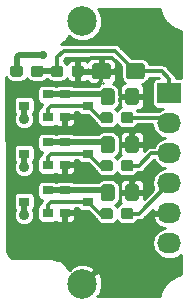
<source format=gbr>
G04 #@! TF.GenerationSoftware,KiCad,Pcbnew,(5.0.0)*
G04 #@! TF.CreationDate,2018-11-06T13:04:42+03:00*
G04 #@! TF.ProjectId,NeoP_6W,4E656F505F36572E6B696361645F7063,rev?*
G04 #@! TF.SameCoordinates,Original*
G04 #@! TF.FileFunction,Copper,L1,Top,Signal*
G04 #@! TF.FilePolarity,Positive*
%FSLAX46Y46*%
G04 Gerber Fmt 4.6, Leading zero omitted, Abs format (unit mm)*
G04 Created by KiCad (PCBNEW (5.0.0)) date 11/06/18 13:04:42*
%MOMM*%
%LPD*%
G01*
G04 APERTURE LIST*
G04 #@! TA.AperFunction,ComponentPad*
%ADD10C,2.500000*%
G04 #@! TD*
G04 #@! TA.AperFunction,ComponentPad*
%ADD11R,2.032000X1.727200*%
G04 #@! TD*
G04 #@! TA.AperFunction,ComponentPad*
%ADD12O,2.032000X1.727200*%
G04 #@! TD*
G04 #@! TA.AperFunction,SMDPad,CuDef*
%ADD13R,0.900000X0.800000*%
G04 #@! TD*
G04 #@! TA.AperFunction,Conductor*
%ADD14C,0.100000*%
G04 #@! TD*
G04 #@! TA.AperFunction,SMDPad,CuDef*
%ADD15C,1.350000*%
G04 #@! TD*
G04 #@! TA.AperFunction,SMDPad,CuDef*
%ADD16C,0.950000*%
G04 #@! TD*
G04 #@! TA.AperFunction,SMDPad,CuDef*
%ADD17C,1.150000*%
G04 #@! TD*
G04 #@! TA.AperFunction,ViaPad*
%ADD18C,0.700000*%
G04 #@! TD*
G04 #@! TA.AperFunction,ViaPad*
%ADD19C,0.900000*%
G04 #@! TD*
G04 #@! TA.AperFunction,Conductor*
%ADD20C,0.300000*%
G04 #@! TD*
G04 #@! TA.AperFunction,Conductor*
%ADD21C,0.500000*%
G04 #@! TD*
G04 #@! TA.AperFunction,Conductor*
%ADD22C,0.254000*%
G04 #@! TD*
G04 APERTURE END LIST*
D10*
G04 #@! TO.P,J?,*
G04 #@! TO.N,GND*
X114300000Y-100584000D03*
G04 #@! TD*
D11*
G04 #@! TO.P,J1,1*
G04 #@! TO.N,TC*
X121666000Y-84455000D03*
D12*
G04 #@! TO.P,J1,2*
G04 #@! TO.N,B*
X121666000Y-86995000D03*
G04 #@! TO.P,J1,3*
G04 #@! TO.N,G*
X121666000Y-89535000D03*
G04 #@! TO.P,J1,4*
G04 #@! TO.N,R*
X121666000Y-92075000D03*
G04 #@! TO.P,J1,5*
G04 #@! TO.N,GND*
X121666000Y-94615000D03*
G04 #@! TO.P,J1,6*
G04 #@! TO.N,+5V*
X121666000Y-97155000D03*
G04 #@! TD*
D13*
G04 #@! TO.P,Q4,1*
G04 #@! TO.N,Net-(Q1-Pad2)*
X112792000Y-92665000D03*
G04 #@! TO.P,Q4,2*
G04 #@! TO.N,GND*
X112792000Y-94565000D03*
G04 #@! TO.P,Q4,3*
G04 #@! TO.N,Net-(Q1-Pad1)*
X114792000Y-93615000D03*
G04 #@! TD*
D14*
G04 #@! TO.N,TC*
G04 #@! TO.C,C1*
G36*
X119347505Y-81892204D02*
X119371773Y-81895804D01*
X119395572Y-81901765D01*
X119418671Y-81910030D01*
X119440850Y-81920520D01*
X119461893Y-81933132D01*
X119481599Y-81947747D01*
X119499777Y-81964223D01*
X119516253Y-81982401D01*
X119530868Y-82002107D01*
X119543480Y-82023150D01*
X119553970Y-82045329D01*
X119562235Y-82068428D01*
X119568196Y-82092227D01*
X119571796Y-82116495D01*
X119573000Y-82140999D01*
X119573000Y-82991001D01*
X119571796Y-83015505D01*
X119568196Y-83039773D01*
X119562235Y-83063572D01*
X119553970Y-83086671D01*
X119543480Y-83108850D01*
X119530868Y-83129893D01*
X119516253Y-83149599D01*
X119499777Y-83167777D01*
X119481599Y-83184253D01*
X119461893Y-83198868D01*
X119440850Y-83211480D01*
X119418671Y-83221970D01*
X119395572Y-83230235D01*
X119371773Y-83236196D01*
X119347505Y-83239796D01*
X119323001Y-83241000D01*
X118247999Y-83241000D01*
X118223495Y-83239796D01*
X118199227Y-83236196D01*
X118175428Y-83230235D01*
X118152329Y-83221970D01*
X118130150Y-83211480D01*
X118109107Y-83198868D01*
X118089401Y-83184253D01*
X118071223Y-83167777D01*
X118054747Y-83149599D01*
X118040132Y-83129893D01*
X118027520Y-83108850D01*
X118017030Y-83086671D01*
X118008765Y-83063572D01*
X118002804Y-83039773D01*
X117999204Y-83015505D01*
X117998000Y-82991001D01*
X117998000Y-82140999D01*
X117999204Y-82116495D01*
X118002804Y-82092227D01*
X118008765Y-82068428D01*
X118017030Y-82045329D01*
X118027520Y-82023150D01*
X118040132Y-82002107D01*
X118054747Y-81982401D01*
X118071223Y-81964223D01*
X118089401Y-81947747D01*
X118109107Y-81933132D01*
X118130150Y-81920520D01*
X118152329Y-81910030D01*
X118175428Y-81901765D01*
X118199227Y-81895804D01*
X118223495Y-81892204D01*
X118247999Y-81891000D01*
X119323001Y-81891000D01*
X119347505Y-81892204D01*
X119347505Y-81892204D01*
G37*
D15*
G04 #@! TD*
G04 #@! TO.P,C1,1*
G04 #@! TO.N,TC*
X118785500Y-82566000D03*
D14*
G04 #@! TO.N,GND*
G04 #@! TO.C,C1*
G36*
X116472505Y-81892204D02*
X116496773Y-81895804D01*
X116520572Y-81901765D01*
X116543671Y-81910030D01*
X116565850Y-81920520D01*
X116586893Y-81933132D01*
X116606599Y-81947747D01*
X116624777Y-81964223D01*
X116641253Y-81982401D01*
X116655868Y-82002107D01*
X116668480Y-82023150D01*
X116678970Y-82045329D01*
X116687235Y-82068428D01*
X116693196Y-82092227D01*
X116696796Y-82116495D01*
X116698000Y-82140999D01*
X116698000Y-82991001D01*
X116696796Y-83015505D01*
X116693196Y-83039773D01*
X116687235Y-83063572D01*
X116678970Y-83086671D01*
X116668480Y-83108850D01*
X116655868Y-83129893D01*
X116641253Y-83149599D01*
X116624777Y-83167777D01*
X116606599Y-83184253D01*
X116586893Y-83198868D01*
X116565850Y-83211480D01*
X116543671Y-83221970D01*
X116520572Y-83230235D01*
X116496773Y-83236196D01*
X116472505Y-83239796D01*
X116448001Y-83241000D01*
X115372999Y-83241000D01*
X115348495Y-83239796D01*
X115324227Y-83236196D01*
X115300428Y-83230235D01*
X115277329Y-83221970D01*
X115255150Y-83211480D01*
X115234107Y-83198868D01*
X115214401Y-83184253D01*
X115196223Y-83167777D01*
X115179747Y-83149599D01*
X115165132Y-83129893D01*
X115152520Y-83108850D01*
X115142030Y-83086671D01*
X115133765Y-83063572D01*
X115127804Y-83039773D01*
X115124204Y-83015505D01*
X115123000Y-82991001D01*
X115123000Y-82140999D01*
X115124204Y-82116495D01*
X115127804Y-82092227D01*
X115133765Y-82068428D01*
X115142030Y-82045329D01*
X115152520Y-82023150D01*
X115165132Y-82002107D01*
X115179747Y-81982401D01*
X115196223Y-81964223D01*
X115214401Y-81947747D01*
X115234107Y-81933132D01*
X115255150Y-81920520D01*
X115277329Y-81910030D01*
X115300428Y-81901765D01*
X115324227Y-81895804D01*
X115348495Y-81892204D01*
X115372999Y-81891000D01*
X116448001Y-81891000D01*
X116472505Y-81892204D01*
X116472505Y-81892204D01*
G37*
D15*
G04 #@! TD*
G04 #@! TO.P,C1,2*
G04 #@! TO.N,GND*
X115910500Y-82566000D03*
D13*
G04 #@! TO.P,Q1,1*
G04 #@! TO.N,Net-(Q1-Pad1)*
X111363000Y-94565000D03*
G04 #@! TO.P,Q1,2*
G04 #@! TO.N,Net-(Q1-Pad2)*
X111363000Y-92665000D03*
G04 #@! TO.P,Q1,3*
G04 #@! TO.N,Net-(D1-Pad3)*
X109363000Y-93615000D03*
G04 #@! TD*
G04 #@! TO.P,Q2,3*
G04 #@! TO.N,Net-(D1-Pad2)*
X109363000Y-89551000D03*
G04 #@! TO.P,Q2,2*
G04 #@! TO.N,Net-(Q2-Pad2)*
X111363000Y-88601000D03*
G04 #@! TO.P,Q2,1*
G04 #@! TO.N,Net-(Q2-Pad1)*
X111363000Y-90501000D03*
G04 #@! TD*
G04 #@! TO.P,Q3,3*
G04 #@! TO.N,Net-(D1-Pad1)*
X109363000Y-85487000D03*
G04 #@! TO.P,Q3,2*
G04 #@! TO.N,Net-(Q3-Pad2)*
X111363000Y-84537000D03*
G04 #@! TO.P,Q3,1*
G04 #@! TO.N,Net-(Q3-Pad1)*
X111363000Y-86437000D03*
G04 #@! TD*
G04 #@! TO.P,Q5,1*
G04 #@! TO.N,Net-(Q2-Pad2)*
X112792000Y-88601000D03*
G04 #@! TO.P,Q5,2*
G04 #@! TO.N,GND*
X112792000Y-90501000D03*
G04 #@! TO.P,Q5,3*
G04 #@! TO.N,Net-(Q2-Pad1)*
X114792000Y-89551000D03*
G04 #@! TD*
G04 #@! TO.P,Q6,1*
G04 #@! TO.N,Net-(Q3-Pad2)*
X112792000Y-84537000D03*
G04 #@! TO.P,Q6,2*
G04 #@! TO.N,GND*
X112792000Y-86437000D03*
G04 #@! TO.P,Q6,3*
G04 #@! TO.N,Net-(Q3-Pad1)*
X114792000Y-85487000D03*
G04 #@! TD*
D14*
G04 #@! TO.N,Net-(Q1-Pad1)*
G04 #@! TO.C,R1*
G36*
X116656779Y-94157144D02*
X116679834Y-94160563D01*
X116702443Y-94166227D01*
X116724387Y-94174079D01*
X116745457Y-94184044D01*
X116765448Y-94196026D01*
X116784168Y-94209910D01*
X116801438Y-94225562D01*
X116817090Y-94242832D01*
X116830974Y-94261552D01*
X116842956Y-94281543D01*
X116852921Y-94302613D01*
X116860773Y-94324557D01*
X116866437Y-94347166D01*
X116869856Y-94370221D01*
X116871000Y-94393500D01*
X116871000Y-94868500D01*
X116869856Y-94891779D01*
X116866437Y-94914834D01*
X116860773Y-94937443D01*
X116852921Y-94959387D01*
X116842956Y-94980457D01*
X116830974Y-95000448D01*
X116817090Y-95019168D01*
X116801438Y-95036438D01*
X116784168Y-95052090D01*
X116765448Y-95065974D01*
X116745457Y-95077956D01*
X116724387Y-95087921D01*
X116702443Y-95095773D01*
X116679834Y-95101437D01*
X116656779Y-95104856D01*
X116633500Y-95106000D01*
X116058500Y-95106000D01*
X116035221Y-95104856D01*
X116012166Y-95101437D01*
X115989557Y-95095773D01*
X115967613Y-95087921D01*
X115946543Y-95077956D01*
X115926552Y-95065974D01*
X115907832Y-95052090D01*
X115890562Y-95036438D01*
X115874910Y-95019168D01*
X115861026Y-95000448D01*
X115849044Y-94980457D01*
X115839079Y-94959387D01*
X115831227Y-94937443D01*
X115825563Y-94914834D01*
X115822144Y-94891779D01*
X115821000Y-94868500D01*
X115821000Y-94393500D01*
X115822144Y-94370221D01*
X115825563Y-94347166D01*
X115831227Y-94324557D01*
X115839079Y-94302613D01*
X115849044Y-94281543D01*
X115861026Y-94261552D01*
X115874910Y-94242832D01*
X115890562Y-94225562D01*
X115907832Y-94209910D01*
X115926552Y-94196026D01*
X115946543Y-94184044D01*
X115967613Y-94174079D01*
X115989557Y-94166227D01*
X116012166Y-94160563D01*
X116035221Y-94157144D01*
X116058500Y-94156000D01*
X116633500Y-94156000D01*
X116656779Y-94157144D01*
X116656779Y-94157144D01*
G37*
D16*
G04 #@! TD*
G04 #@! TO.P,R1,1*
G04 #@! TO.N,Net-(Q1-Pad1)*
X116346000Y-94631000D03*
D14*
G04 #@! TO.N,R*
G04 #@! TO.C,R1*
G36*
X118406779Y-94157144D02*
X118429834Y-94160563D01*
X118452443Y-94166227D01*
X118474387Y-94174079D01*
X118495457Y-94184044D01*
X118515448Y-94196026D01*
X118534168Y-94209910D01*
X118551438Y-94225562D01*
X118567090Y-94242832D01*
X118580974Y-94261552D01*
X118592956Y-94281543D01*
X118602921Y-94302613D01*
X118610773Y-94324557D01*
X118616437Y-94347166D01*
X118619856Y-94370221D01*
X118621000Y-94393500D01*
X118621000Y-94868500D01*
X118619856Y-94891779D01*
X118616437Y-94914834D01*
X118610773Y-94937443D01*
X118602921Y-94959387D01*
X118592956Y-94980457D01*
X118580974Y-95000448D01*
X118567090Y-95019168D01*
X118551438Y-95036438D01*
X118534168Y-95052090D01*
X118515448Y-95065974D01*
X118495457Y-95077956D01*
X118474387Y-95087921D01*
X118452443Y-95095773D01*
X118429834Y-95101437D01*
X118406779Y-95104856D01*
X118383500Y-95106000D01*
X117808500Y-95106000D01*
X117785221Y-95104856D01*
X117762166Y-95101437D01*
X117739557Y-95095773D01*
X117717613Y-95087921D01*
X117696543Y-95077956D01*
X117676552Y-95065974D01*
X117657832Y-95052090D01*
X117640562Y-95036438D01*
X117624910Y-95019168D01*
X117611026Y-95000448D01*
X117599044Y-94980457D01*
X117589079Y-94959387D01*
X117581227Y-94937443D01*
X117575563Y-94914834D01*
X117572144Y-94891779D01*
X117571000Y-94868500D01*
X117571000Y-94393500D01*
X117572144Y-94370221D01*
X117575563Y-94347166D01*
X117581227Y-94324557D01*
X117589079Y-94302613D01*
X117599044Y-94281543D01*
X117611026Y-94261552D01*
X117624910Y-94242832D01*
X117640562Y-94225562D01*
X117657832Y-94209910D01*
X117676552Y-94196026D01*
X117696543Y-94184044D01*
X117717613Y-94174079D01*
X117739557Y-94166227D01*
X117762166Y-94160563D01*
X117785221Y-94157144D01*
X117808500Y-94156000D01*
X118383500Y-94156000D01*
X118406779Y-94157144D01*
X118406779Y-94157144D01*
G37*
D16*
G04 #@! TD*
G04 #@! TO.P,R1,2*
G04 #@! TO.N,R*
X118096000Y-94631000D03*
D14*
G04 #@! TO.N,G*
G04 #@! TO.C,R2*
G36*
X118406779Y-90093144D02*
X118429834Y-90096563D01*
X118452443Y-90102227D01*
X118474387Y-90110079D01*
X118495457Y-90120044D01*
X118515448Y-90132026D01*
X118534168Y-90145910D01*
X118551438Y-90161562D01*
X118567090Y-90178832D01*
X118580974Y-90197552D01*
X118592956Y-90217543D01*
X118602921Y-90238613D01*
X118610773Y-90260557D01*
X118616437Y-90283166D01*
X118619856Y-90306221D01*
X118621000Y-90329500D01*
X118621000Y-90804500D01*
X118619856Y-90827779D01*
X118616437Y-90850834D01*
X118610773Y-90873443D01*
X118602921Y-90895387D01*
X118592956Y-90916457D01*
X118580974Y-90936448D01*
X118567090Y-90955168D01*
X118551438Y-90972438D01*
X118534168Y-90988090D01*
X118515448Y-91001974D01*
X118495457Y-91013956D01*
X118474387Y-91023921D01*
X118452443Y-91031773D01*
X118429834Y-91037437D01*
X118406779Y-91040856D01*
X118383500Y-91042000D01*
X117808500Y-91042000D01*
X117785221Y-91040856D01*
X117762166Y-91037437D01*
X117739557Y-91031773D01*
X117717613Y-91023921D01*
X117696543Y-91013956D01*
X117676552Y-91001974D01*
X117657832Y-90988090D01*
X117640562Y-90972438D01*
X117624910Y-90955168D01*
X117611026Y-90936448D01*
X117599044Y-90916457D01*
X117589079Y-90895387D01*
X117581227Y-90873443D01*
X117575563Y-90850834D01*
X117572144Y-90827779D01*
X117571000Y-90804500D01*
X117571000Y-90329500D01*
X117572144Y-90306221D01*
X117575563Y-90283166D01*
X117581227Y-90260557D01*
X117589079Y-90238613D01*
X117599044Y-90217543D01*
X117611026Y-90197552D01*
X117624910Y-90178832D01*
X117640562Y-90161562D01*
X117657832Y-90145910D01*
X117676552Y-90132026D01*
X117696543Y-90120044D01*
X117717613Y-90110079D01*
X117739557Y-90102227D01*
X117762166Y-90096563D01*
X117785221Y-90093144D01*
X117808500Y-90092000D01*
X118383500Y-90092000D01*
X118406779Y-90093144D01*
X118406779Y-90093144D01*
G37*
D16*
G04 #@! TD*
G04 #@! TO.P,R2,2*
G04 #@! TO.N,G*
X118096000Y-90567000D03*
D14*
G04 #@! TO.N,Net-(Q2-Pad1)*
G04 #@! TO.C,R2*
G36*
X116656779Y-90093144D02*
X116679834Y-90096563D01*
X116702443Y-90102227D01*
X116724387Y-90110079D01*
X116745457Y-90120044D01*
X116765448Y-90132026D01*
X116784168Y-90145910D01*
X116801438Y-90161562D01*
X116817090Y-90178832D01*
X116830974Y-90197552D01*
X116842956Y-90217543D01*
X116852921Y-90238613D01*
X116860773Y-90260557D01*
X116866437Y-90283166D01*
X116869856Y-90306221D01*
X116871000Y-90329500D01*
X116871000Y-90804500D01*
X116869856Y-90827779D01*
X116866437Y-90850834D01*
X116860773Y-90873443D01*
X116852921Y-90895387D01*
X116842956Y-90916457D01*
X116830974Y-90936448D01*
X116817090Y-90955168D01*
X116801438Y-90972438D01*
X116784168Y-90988090D01*
X116765448Y-91001974D01*
X116745457Y-91013956D01*
X116724387Y-91023921D01*
X116702443Y-91031773D01*
X116679834Y-91037437D01*
X116656779Y-91040856D01*
X116633500Y-91042000D01*
X116058500Y-91042000D01*
X116035221Y-91040856D01*
X116012166Y-91037437D01*
X115989557Y-91031773D01*
X115967613Y-91023921D01*
X115946543Y-91013956D01*
X115926552Y-91001974D01*
X115907832Y-90988090D01*
X115890562Y-90972438D01*
X115874910Y-90955168D01*
X115861026Y-90936448D01*
X115849044Y-90916457D01*
X115839079Y-90895387D01*
X115831227Y-90873443D01*
X115825563Y-90850834D01*
X115822144Y-90827779D01*
X115821000Y-90804500D01*
X115821000Y-90329500D01*
X115822144Y-90306221D01*
X115825563Y-90283166D01*
X115831227Y-90260557D01*
X115839079Y-90238613D01*
X115849044Y-90217543D01*
X115861026Y-90197552D01*
X115874910Y-90178832D01*
X115890562Y-90161562D01*
X115907832Y-90145910D01*
X115926552Y-90132026D01*
X115946543Y-90120044D01*
X115967613Y-90110079D01*
X115989557Y-90102227D01*
X116012166Y-90096563D01*
X116035221Y-90093144D01*
X116058500Y-90092000D01*
X116633500Y-90092000D01*
X116656779Y-90093144D01*
X116656779Y-90093144D01*
G37*
D16*
G04 #@! TD*
G04 #@! TO.P,R2,1*
G04 #@! TO.N,Net-(Q2-Pad1)*
X116346000Y-90567000D03*
D14*
G04 #@! TO.N,Net-(Q3-Pad1)*
G04 #@! TO.C,R3*
G36*
X116656779Y-86029144D02*
X116679834Y-86032563D01*
X116702443Y-86038227D01*
X116724387Y-86046079D01*
X116745457Y-86056044D01*
X116765448Y-86068026D01*
X116784168Y-86081910D01*
X116801438Y-86097562D01*
X116817090Y-86114832D01*
X116830974Y-86133552D01*
X116842956Y-86153543D01*
X116852921Y-86174613D01*
X116860773Y-86196557D01*
X116866437Y-86219166D01*
X116869856Y-86242221D01*
X116871000Y-86265500D01*
X116871000Y-86740500D01*
X116869856Y-86763779D01*
X116866437Y-86786834D01*
X116860773Y-86809443D01*
X116852921Y-86831387D01*
X116842956Y-86852457D01*
X116830974Y-86872448D01*
X116817090Y-86891168D01*
X116801438Y-86908438D01*
X116784168Y-86924090D01*
X116765448Y-86937974D01*
X116745457Y-86949956D01*
X116724387Y-86959921D01*
X116702443Y-86967773D01*
X116679834Y-86973437D01*
X116656779Y-86976856D01*
X116633500Y-86978000D01*
X116058500Y-86978000D01*
X116035221Y-86976856D01*
X116012166Y-86973437D01*
X115989557Y-86967773D01*
X115967613Y-86959921D01*
X115946543Y-86949956D01*
X115926552Y-86937974D01*
X115907832Y-86924090D01*
X115890562Y-86908438D01*
X115874910Y-86891168D01*
X115861026Y-86872448D01*
X115849044Y-86852457D01*
X115839079Y-86831387D01*
X115831227Y-86809443D01*
X115825563Y-86786834D01*
X115822144Y-86763779D01*
X115821000Y-86740500D01*
X115821000Y-86265500D01*
X115822144Y-86242221D01*
X115825563Y-86219166D01*
X115831227Y-86196557D01*
X115839079Y-86174613D01*
X115849044Y-86153543D01*
X115861026Y-86133552D01*
X115874910Y-86114832D01*
X115890562Y-86097562D01*
X115907832Y-86081910D01*
X115926552Y-86068026D01*
X115946543Y-86056044D01*
X115967613Y-86046079D01*
X115989557Y-86038227D01*
X116012166Y-86032563D01*
X116035221Y-86029144D01*
X116058500Y-86028000D01*
X116633500Y-86028000D01*
X116656779Y-86029144D01*
X116656779Y-86029144D01*
G37*
D16*
G04 #@! TD*
G04 #@! TO.P,R3,1*
G04 #@! TO.N,Net-(Q3-Pad1)*
X116346000Y-86503000D03*
D14*
G04 #@! TO.N,B*
G04 #@! TO.C,R3*
G36*
X118406779Y-86029144D02*
X118429834Y-86032563D01*
X118452443Y-86038227D01*
X118474387Y-86046079D01*
X118495457Y-86056044D01*
X118515448Y-86068026D01*
X118534168Y-86081910D01*
X118551438Y-86097562D01*
X118567090Y-86114832D01*
X118580974Y-86133552D01*
X118592956Y-86153543D01*
X118602921Y-86174613D01*
X118610773Y-86196557D01*
X118616437Y-86219166D01*
X118619856Y-86242221D01*
X118621000Y-86265500D01*
X118621000Y-86740500D01*
X118619856Y-86763779D01*
X118616437Y-86786834D01*
X118610773Y-86809443D01*
X118602921Y-86831387D01*
X118592956Y-86852457D01*
X118580974Y-86872448D01*
X118567090Y-86891168D01*
X118551438Y-86908438D01*
X118534168Y-86924090D01*
X118515448Y-86937974D01*
X118495457Y-86949956D01*
X118474387Y-86959921D01*
X118452443Y-86967773D01*
X118429834Y-86973437D01*
X118406779Y-86976856D01*
X118383500Y-86978000D01*
X117808500Y-86978000D01*
X117785221Y-86976856D01*
X117762166Y-86973437D01*
X117739557Y-86967773D01*
X117717613Y-86959921D01*
X117696543Y-86949956D01*
X117676552Y-86937974D01*
X117657832Y-86924090D01*
X117640562Y-86908438D01*
X117624910Y-86891168D01*
X117611026Y-86872448D01*
X117599044Y-86852457D01*
X117589079Y-86831387D01*
X117581227Y-86809443D01*
X117575563Y-86786834D01*
X117572144Y-86763779D01*
X117571000Y-86740500D01*
X117571000Y-86265500D01*
X117572144Y-86242221D01*
X117575563Y-86219166D01*
X117581227Y-86196557D01*
X117589079Y-86174613D01*
X117599044Y-86153543D01*
X117611026Y-86133552D01*
X117624910Y-86114832D01*
X117640562Y-86097562D01*
X117657832Y-86081910D01*
X117676552Y-86068026D01*
X117696543Y-86056044D01*
X117717613Y-86046079D01*
X117739557Y-86038227D01*
X117762166Y-86032563D01*
X117785221Y-86029144D01*
X117808500Y-86028000D01*
X118383500Y-86028000D01*
X118406779Y-86029144D01*
X118406779Y-86029144D01*
G37*
D16*
G04 #@! TD*
G04 #@! TO.P,R3,2*
G04 #@! TO.N,B*
X118096000Y-86503000D03*
D14*
G04 #@! TO.N,GND*
G04 #@! TO.C,R4*
G36*
X118849505Y-92154204D02*
X118873773Y-92157804D01*
X118897572Y-92163765D01*
X118920671Y-92172030D01*
X118942850Y-92182520D01*
X118963893Y-92195132D01*
X118983599Y-92209747D01*
X119001777Y-92226223D01*
X119018253Y-92244401D01*
X119032868Y-92264107D01*
X119045480Y-92285150D01*
X119055970Y-92307329D01*
X119064235Y-92330428D01*
X119070196Y-92354227D01*
X119073796Y-92378495D01*
X119075000Y-92402999D01*
X119075000Y-93303001D01*
X119073796Y-93327505D01*
X119070196Y-93351773D01*
X119064235Y-93375572D01*
X119055970Y-93398671D01*
X119045480Y-93420850D01*
X119032868Y-93441893D01*
X119018253Y-93461599D01*
X119001777Y-93479777D01*
X118983599Y-93496253D01*
X118963893Y-93510868D01*
X118942850Y-93523480D01*
X118920671Y-93533970D01*
X118897572Y-93542235D01*
X118873773Y-93548196D01*
X118849505Y-93551796D01*
X118825001Y-93553000D01*
X118174999Y-93553000D01*
X118150495Y-93551796D01*
X118126227Y-93548196D01*
X118102428Y-93542235D01*
X118079329Y-93533970D01*
X118057150Y-93523480D01*
X118036107Y-93510868D01*
X118016401Y-93496253D01*
X117998223Y-93479777D01*
X117981747Y-93461599D01*
X117967132Y-93441893D01*
X117954520Y-93420850D01*
X117944030Y-93398671D01*
X117935765Y-93375572D01*
X117929804Y-93351773D01*
X117926204Y-93327505D01*
X117925000Y-93303001D01*
X117925000Y-92402999D01*
X117926204Y-92378495D01*
X117929804Y-92354227D01*
X117935765Y-92330428D01*
X117944030Y-92307329D01*
X117954520Y-92285150D01*
X117967132Y-92264107D01*
X117981747Y-92244401D01*
X117998223Y-92226223D01*
X118016401Y-92209747D01*
X118036107Y-92195132D01*
X118057150Y-92182520D01*
X118079329Y-92172030D01*
X118102428Y-92163765D01*
X118126227Y-92157804D01*
X118150495Y-92154204D01*
X118174999Y-92153000D01*
X118825001Y-92153000D01*
X118849505Y-92154204D01*
X118849505Y-92154204D01*
G37*
D17*
G04 #@! TD*
G04 #@! TO.P,R4,1*
G04 #@! TO.N,GND*
X118500000Y-92853000D03*
D14*
G04 #@! TO.N,Net-(Q1-Pad2)*
G04 #@! TO.C,R4*
G36*
X116799505Y-92154204D02*
X116823773Y-92157804D01*
X116847572Y-92163765D01*
X116870671Y-92172030D01*
X116892850Y-92182520D01*
X116913893Y-92195132D01*
X116933599Y-92209747D01*
X116951777Y-92226223D01*
X116968253Y-92244401D01*
X116982868Y-92264107D01*
X116995480Y-92285150D01*
X117005970Y-92307329D01*
X117014235Y-92330428D01*
X117020196Y-92354227D01*
X117023796Y-92378495D01*
X117025000Y-92402999D01*
X117025000Y-93303001D01*
X117023796Y-93327505D01*
X117020196Y-93351773D01*
X117014235Y-93375572D01*
X117005970Y-93398671D01*
X116995480Y-93420850D01*
X116982868Y-93441893D01*
X116968253Y-93461599D01*
X116951777Y-93479777D01*
X116933599Y-93496253D01*
X116913893Y-93510868D01*
X116892850Y-93523480D01*
X116870671Y-93533970D01*
X116847572Y-93542235D01*
X116823773Y-93548196D01*
X116799505Y-93551796D01*
X116775001Y-93553000D01*
X116124999Y-93553000D01*
X116100495Y-93551796D01*
X116076227Y-93548196D01*
X116052428Y-93542235D01*
X116029329Y-93533970D01*
X116007150Y-93523480D01*
X115986107Y-93510868D01*
X115966401Y-93496253D01*
X115948223Y-93479777D01*
X115931747Y-93461599D01*
X115917132Y-93441893D01*
X115904520Y-93420850D01*
X115894030Y-93398671D01*
X115885765Y-93375572D01*
X115879804Y-93351773D01*
X115876204Y-93327505D01*
X115875000Y-93303001D01*
X115875000Y-92402999D01*
X115876204Y-92378495D01*
X115879804Y-92354227D01*
X115885765Y-92330428D01*
X115894030Y-92307329D01*
X115904520Y-92285150D01*
X115917132Y-92264107D01*
X115931747Y-92244401D01*
X115948223Y-92226223D01*
X115966401Y-92209747D01*
X115986107Y-92195132D01*
X116007150Y-92182520D01*
X116029329Y-92172030D01*
X116052428Y-92163765D01*
X116076227Y-92157804D01*
X116100495Y-92154204D01*
X116124999Y-92153000D01*
X116775001Y-92153000D01*
X116799505Y-92154204D01*
X116799505Y-92154204D01*
G37*
D17*
G04 #@! TD*
G04 #@! TO.P,R4,2*
G04 #@! TO.N,Net-(Q1-Pad2)*
X116450000Y-92853000D03*
D14*
G04 #@! TO.N,Net-(Q2-Pad2)*
G04 #@! TO.C,R5*
G36*
X116799505Y-88090204D02*
X116823773Y-88093804D01*
X116847572Y-88099765D01*
X116870671Y-88108030D01*
X116892850Y-88118520D01*
X116913893Y-88131132D01*
X116933599Y-88145747D01*
X116951777Y-88162223D01*
X116968253Y-88180401D01*
X116982868Y-88200107D01*
X116995480Y-88221150D01*
X117005970Y-88243329D01*
X117014235Y-88266428D01*
X117020196Y-88290227D01*
X117023796Y-88314495D01*
X117025000Y-88338999D01*
X117025000Y-89239001D01*
X117023796Y-89263505D01*
X117020196Y-89287773D01*
X117014235Y-89311572D01*
X117005970Y-89334671D01*
X116995480Y-89356850D01*
X116982868Y-89377893D01*
X116968253Y-89397599D01*
X116951777Y-89415777D01*
X116933599Y-89432253D01*
X116913893Y-89446868D01*
X116892850Y-89459480D01*
X116870671Y-89469970D01*
X116847572Y-89478235D01*
X116823773Y-89484196D01*
X116799505Y-89487796D01*
X116775001Y-89489000D01*
X116124999Y-89489000D01*
X116100495Y-89487796D01*
X116076227Y-89484196D01*
X116052428Y-89478235D01*
X116029329Y-89469970D01*
X116007150Y-89459480D01*
X115986107Y-89446868D01*
X115966401Y-89432253D01*
X115948223Y-89415777D01*
X115931747Y-89397599D01*
X115917132Y-89377893D01*
X115904520Y-89356850D01*
X115894030Y-89334671D01*
X115885765Y-89311572D01*
X115879804Y-89287773D01*
X115876204Y-89263505D01*
X115875000Y-89239001D01*
X115875000Y-88338999D01*
X115876204Y-88314495D01*
X115879804Y-88290227D01*
X115885765Y-88266428D01*
X115894030Y-88243329D01*
X115904520Y-88221150D01*
X115917132Y-88200107D01*
X115931747Y-88180401D01*
X115948223Y-88162223D01*
X115966401Y-88145747D01*
X115986107Y-88131132D01*
X116007150Y-88118520D01*
X116029329Y-88108030D01*
X116052428Y-88099765D01*
X116076227Y-88093804D01*
X116100495Y-88090204D01*
X116124999Y-88089000D01*
X116775001Y-88089000D01*
X116799505Y-88090204D01*
X116799505Y-88090204D01*
G37*
D17*
G04 #@! TD*
G04 #@! TO.P,R5,2*
G04 #@! TO.N,Net-(Q2-Pad2)*
X116450000Y-88789000D03*
D14*
G04 #@! TO.N,GND*
G04 #@! TO.C,R5*
G36*
X118849505Y-88090204D02*
X118873773Y-88093804D01*
X118897572Y-88099765D01*
X118920671Y-88108030D01*
X118942850Y-88118520D01*
X118963893Y-88131132D01*
X118983599Y-88145747D01*
X119001777Y-88162223D01*
X119018253Y-88180401D01*
X119032868Y-88200107D01*
X119045480Y-88221150D01*
X119055970Y-88243329D01*
X119064235Y-88266428D01*
X119070196Y-88290227D01*
X119073796Y-88314495D01*
X119075000Y-88338999D01*
X119075000Y-89239001D01*
X119073796Y-89263505D01*
X119070196Y-89287773D01*
X119064235Y-89311572D01*
X119055970Y-89334671D01*
X119045480Y-89356850D01*
X119032868Y-89377893D01*
X119018253Y-89397599D01*
X119001777Y-89415777D01*
X118983599Y-89432253D01*
X118963893Y-89446868D01*
X118942850Y-89459480D01*
X118920671Y-89469970D01*
X118897572Y-89478235D01*
X118873773Y-89484196D01*
X118849505Y-89487796D01*
X118825001Y-89489000D01*
X118174999Y-89489000D01*
X118150495Y-89487796D01*
X118126227Y-89484196D01*
X118102428Y-89478235D01*
X118079329Y-89469970D01*
X118057150Y-89459480D01*
X118036107Y-89446868D01*
X118016401Y-89432253D01*
X117998223Y-89415777D01*
X117981747Y-89397599D01*
X117967132Y-89377893D01*
X117954520Y-89356850D01*
X117944030Y-89334671D01*
X117935765Y-89311572D01*
X117929804Y-89287773D01*
X117926204Y-89263505D01*
X117925000Y-89239001D01*
X117925000Y-88338999D01*
X117926204Y-88314495D01*
X117929804Y-88290227D01*
X117935765Y-88266428D01*
X117944030Y-88243329D01*
X117954520Y-88221150D01*
X117967132Y-88200107D01*
X117981747Y-88180401D01*
X117998223Y-88162223D01*
X118016401Y-88145747D01*
X118036107Y-88131132D01*
X118057150Y-88118520D01*
X118079329Y-88108030D01*
X118102428Y-88099765D01*
X118126227Y-88093804D01*
X118150495Y-88090204D01*
X118174999Y-88089000D01*
X118825001Y-88089000D01*
X118849505Y-88090204D01*
X118849505Y-88090204D01*
G37*
D17*
G04 #@! TD*
G04 #@! TO.P,R5,1*
G04 #@! TO.N,GND*
X118500000Y-88789000D03*
D14*
G04 #@! TO.N,GND*
G04 #@! TO.C,R6*
G36*
X118849505Y-84026204D02*
X118873773Y-84029804D01*
X118897572Y-84035765D01*
X118920671Y-84044030D01*
X118942850Y-84054520D01*
X118963893Y-84067132D01*
X118983599Y-84081747D01*
X119001777Y-84098223D01*
X119018253Y-84116401D01*
X119032868Y-84136107D01*
X119045480Y-84157150D01*
X119055970Y-84179329D01*
X119064235Y-84202428D01*
X119070196Y-84226227D01*
X119073796Y-84250495D01*
X119075000Y-84274999D01*
X119075000Y-85175001D01*
X119073796Y-85199505D01*
X119070196Y-85223773D01*
X119064235Y-85247572D01*
X119055970Y-85270671D01*
X119045480Y-85292850D01*
X119032868Y-85313893D01*
X119018253Y-85333599D01*
X119001777Y-85351777D01*
X118983599Y-85368253D01*
X118963893Y-85382868D01*
X118942850Y-85395480D01*
X118920671Y-85405970D01*
X118897572Y-85414235D01*
X118873773Y-85420196D01*
X118849505Y-85423796D01*
X118825001Y-85425000D01*
X118174999Y-85425000D01*
X118150495Y-85423796D01*
X118126227Y-85420196D01*
X118102428Y-85414235D01*
X118079329Y-85405970D01*
X118057150Y-85395480D01*
X118036107Y-85382868D01*
X118016401Y-85368253D01*
X117998223Y-85351777D01*
X117981747Y-85333599D01*
X117967132Y-85313893D01*
X117954520Y-85292850D01*
X117944030Y-85270671D01*
X117935765Y-85247572D01*
X117929804Y-85223773D01*
X117926204Y-85199505D01*
X117925000Y-85175001D01*
X117925000Y-84274999D01*
X117926204Y-84250495D01*
X117929804Y-84226227D01*
X117935765Y-84202428D01*
X117944030Y-84179329D01*
X117954520Y-84157150D01*
X117967132Y-84136107D01*
X117981747Y-84116401D01*
X117998223Y-84098223D01*
X118016401Y-84081747D01*
X118036107Y-84067132D01*
X118057150Y-84054520D01*
X118079329Y-84044030D01*
X118102428Y-84035765D01*
X118126227Y-84029804D01*
X118150495Y-84026204D01*
X118174999Y-84025000D01*
X118825001Y-84025000D01*
X118849505Y-84026204D01*
X118849505Y-84026204D01*
G37*
D17*
G04 #@! TD*
G04 #@! TO.P,R6,1*
G04 #@! TO.N,GND*
X118500000Y-84725000D03*
D14*
G04 #@! TO.N,Net-(Q3-Pad2)*
G04 #@! TO.C,R6*
G36*
X116799505Y-84026204D02*
X116823773Y-84029804D01*
X116847572Y-84035765D01*
X116870671Y-84044030D01*
X116892850Y-84054520D01*
X116913893Y-84067132D01*
X116933599Y-84081747D01*
X116951777Y-84098223D01*
X116968253Y-84116401D01*
X116982868Y-84136107D01*
X116995480Y-84157150D01*
X117005970Y-84179329D01*
X117014235Y-84202428D01*
X117020196Y-84226227D01*
X117023796Y-84250495D01*
X117025000Y-84274999D01*
X117025000Y-85175001D01*
X117023796Y-85199505D01*
X117020196Y-85223773D01*
X117014235Y-85247572D01*
X117005970Y-85270671D01*
X116995480Y-85292850D01*
X116982868Y-85313893D01*
X116968253Y-85333599D01*
X116951777Y-85351777D01*
X116933599Y-85368253D01*
X116913893Y-85382868D01*
X116892850Y-85395480D01*
X116870671Y-85405970D01*
X116847572Y-85414235D01*
X116823773Y-85420196D01*
X116799505Y-85423796D01*
X116775001Y-85425000D01*
X116124999Y-85425000D01*
X116100495Y-85423796D01*
X116076227Y-85420196D01*
X116052428Y-85414235D01*
X116029329Y-85405970D01*
X116007150Y-85395480D01*
X115986107Y-85382868D01*
X115966401Y-85368253D01*
X115948223Y-85351777D01*
X115931747Y-85333599D01*
X115917132Y-85313893D01*
X115904520Y-85292850D01*
X115894030Y-85270671D01*
X115885765Y-85247572D01*
X115879804Y-85223773D01*
X115876204Y-85199505D01*
X115875000Y-85175001D01*
X115875000Y-84274999D01*
X115876204Y-84250495D01*
X115879804Y-84226227D01*
X115885765Y-84202428D01*
X115894030Y-84179329D01*
X115904520Y-84157150D01*
X115917132Y-84136107D01*
X115931747Y-84116401D01*
X115948223Y-84098223D01*
X115966401Y-84081747D01*
X115986107Y-84067132D01*
X116007150Y-84054520D01*
X116029329Y-84044030D01*
X116052428Y-84035765D01*
X116076227Y-84029804D01*
X116100495Y-84026204D01*
X116124999Y-84025000D01*
X116775001Y-84025000D01*
X116799505Y-84026204D01*
X116799505Y-84026204D01*
G37*
D17*
G04 #@! TD*
G04 #@! TO.P,R6,2*
G04 #@! TO.N,Net-(Q3-Pad2)*
X116450000Y-84725000D03*
D14*
G04 #@! TO.N,+5V*
G04 #@! TO.C,R7*
G36*
X109036779Y-82092144D02*
X109059834Y-82095563D01*
X109082443Y-82101227D01*
X109104387Y-82109079D01*
X109125457Y-82119044D01*
X109145448Y-82131026D01*
X109164168Y-82144910D01*
X109181438Y-82160562D01*
X109197090Y-82177832D01*
X109210974Y-82196552D01*
X109222956Y-82216543D01*
X109232921Y-82237613D01*
X109240773Y-82259557D01*
X109246437Y-82282166D01*
X109249856Y-82305221D01*
X109251000Y-82328500D01*
X109251000Y-82803500D01*
X109249856Y-82826779D01*
X109246437Y-82849834D01*
X109240773Y-82872443D01*
X109232921Y-82894387D01*
X109222956Y-82915457D01*
X109210974Y-82935448D01*
X109197090Y-82954168D01*
X109181438Y-82971438D01*
X109164168Y-82987090D01*
X109145448Y-83000974D01*
X109125457Y-83012956D01*
X109104387Y-83022921D01*
X109082443Y-83030773D01*
X109059834Y-83036437D01*
X109036779Y-83039856D01*
X109013500Y-83041000D01*
X108438500Y-83041000D01*
X108415221Y-83039856D01*
X108392166Y-83036437D01*
X108369557Y-83030773D01*
X108347613Y-83022921D01*
X108326543Y-83012956D01*
X108306552Y-83000974D01*
X108287832Y-82987090D01*
X108270562Y-82971438D01*
X108254910Y-82954168D01*
X108241026Y-82935448D01*
X108229044Y-82915457D01*
X108219079Y-82894387D01*
X108211227Y-82872443D01*
X108205563Y-82849834D01*
X108202144Y-82826779D01*
X108201000Y-82803500D01*
X108201000Y-82328500D01*
X108202144Y-82305221D01*
X108205563Y-82282166D01*
X108211227Y-82259557D01*
X108219079Y-82237613D01*
X108229044Y-82216543D01*
X108241026Y-82196552D01*
X108254910Y-82177832D01*
X108270562Y-82160562D01*
X108287832Y-82144910D01*
X108306552Y-82131026D01*
X108326543Y-82119044D01*
X108347613Y-82109079D01*
X108369557Y-82101227D01*
X108392166Y-82095563D01*
X108415221Y-82092144D01*
X108438500Y-82091000D01*
X109013500Y-82091000D01*
X109036779Y-82092144D01*
X109036779Y-82092144D01*
G37*
D16*
G04 #@! TD*
G04 #@! TO.P,R7,2*
G04 #@! TO.N,+5V*
X108726000Y-82566000D03*
D14*
G04 #@! TO.N,TC*
G04 #@! TO.C,R7*
G36*
X110786779Y-82092144D02*
X110809834Y-82095563D01*
X110832443Y-82101227D01*
X110854387Y-82109079D01*
X110875457Y-82119044D01*
X110895448Y-82131026D01*
X110914168Y-82144910D01*
X110931438Y-82160562D01*
X110947090Y-82177832D01*
X110960974Y-82196552D01*
X110972956Y-82216543D01*
X110982921Y-82237613D01*
X110990773Y-82259557D01*
X110996437Y-82282166D01*
X110999856Y-82305221D01*
X111001000Y-82328500D01*
X111001000Y-82803500D01*
X110999856Y-82826779D01*
X110996437Y-82849834D01*
X110990773Y-82872443D01*
X110982921Y-82894387D01*
X110972956Y-82915457D01*
X110960974Y-82935448D01*
X110947090Y-82954168D01*
X110931438Y-82971438D01*
X110914168Y-82987090D01*
X110895448Y-83000974D01*
X110875457Y-83012956D01*
X110854387Y-83022921D01*
X110832443Y-83030773D01*
X110809834Y-83036437D01*
X110786779Y-83039856D01*
X110763500Y-83041000D01*
X110188500Y-83041000D01*
X110165221Y-83039856D01*
X110142166Y-83036437D01*
X110119557Y-83030773D01*
X110097613Y-83022921D01*
X110076543Y-83012956D01*
X110056552Y-83000974D01*
X110037832Y-82987090D01*
X110020562Y-82971438D01*
X110004910Y-82954168D01*
X109991026Y-82935448D01*
X109979044Y-82915457D01*
X109969079Y-82894387D01*
X109961227Y-82872443D01*
X109955563Y-82849834D01*
X109952144Y-82826779D01*
X109951000Y-82803500D01*
X109951000Y-82328500D01*
X109952144Y-82305221D01*
X109955563Y-82282166D01*
X109961227Y-82259557D01*
X109969079Y-82237613D01*
X109979044Y-82216543D01*
X109991026Y-82196552D01*
X110004910Y-82177832D01*
X110020562Y-82160562D01*
X110037832Y-82144910D01*
X110056552Y-82131026D01*
X110076543Y-82119044D01*
X110097613Y-82109079D01*
X110119557Y-82101227D01*
X110142166Y-82095563D01*
X110165221Y-82092144D01*
X110188500Y-82091000D01*
X110763500Y-82091000D01*
X110786779Y-82092144D01*
X110786779Y-82092144D01*
G37*
D16*
G04 #@! TD*
G04 #@! TO.P,R7,1*
G04 #@! TO.N,TC*
X110476000Y-82566000D03*
D14*
G04 #@! TO.N,TC*
G04 #@! TO.C,TH1*
G36*
X112465779Y-82092144D02*
X112488834Y-82095563D01*
X112511443Y-82101227D01*
X112533387Y-82109079D01*
X112554457Y-82119044D01*
X112574448Y-82131026D01*
X112593168Y-82144910D01*
X112610438Y-82160562D01*
X112626090Y-82177832D01*
X112639974Y-82196552D01*
X112651956Y-82216543D01*
X112661921Y-82237613D01*
X112669773Y-82259557D01*
X112675437Y-82282166D01*
X112678856Y-82305221D01*
X112680000Y-82328500D01*
X112680000Y-82803500D01*
X112678856Y-82826779D01*
X112675437Y-82849834D01*
X112669773Y-82872443D01*
X112661921Y-82894387D01*
X112651956Y-82915457D01*
X112639974Y-82935448D01*
X112626090Y-82954168D01*
X112610438Y-82971438D01*
X112593168Y-82987090D01*
X112574448Y-83000974D01*
X112554457Y-83012956D01*
X112533387Y-83022921D01*
X112511443Y-83030773D01*
X112488834Y-83036437D01*
X112465779Y-83039856D01*
X112442500Y-83041000D01*
X111867500Y-83041000D01*
X111844221Y-83039856D01*
X111821166Y-83036437D01*
X111798557Y-83030773D01*
X111776613Y-83022921D01*
X111755543Y-83012956D01*
X111735552Y-83000974D01*
X111716832Y-82987090D01*
X111699562Y-82971438D01*
X111683910Y-82954168D01*
X111670026Y-82935448D01*
X111658044Y-82915457D01*
X111648079Y-82894387D01*
X111640227Y-82872443D01*
X111634563Y-82849834D01*
X111631144Y-82826779D01*
X111630000Y-82803500D01*
X111630000Y-82328500D01*
X111631144Y-82305221D01*
X111634563Y-82282166D01*
X111640227Y-82259557D01*
X111648079Y-82237613D01*
X111658044Y-82216543D01*
X111670026Y-82196552D01*
X111683910Y-82177832D01*
X111699562Y-82160562D01*
X111716832Y-82144910D01*
X111735552Y-82131026D01*
X111755543Y-82119044D01*
X111776613Y-82109079D01*
X111798557Y-82101227D01*
X111821166Y-82095563D01*
X111844221Y-82092144D01*
X111867500Y-82091000D01*
X112442500Y-82091000D01*
X112465779Y-82092144D01*
X112465779Y-82092144D01*
G37*
D16*
G04 #@! TD*
G04 #@! TO.P,TH1,1*
G04 #@! TO.N,TC*
X112155000Y-82566000D03*
D14*
G04 #@! TO.N,GND*
G04 #@! TO.C,TH1*
G36*
X114215779Y-82092144D02*
X114238834Y-82095563D01*
X114261443Y-82101227D01*
X114283387Y-82109079D01*
X114304457Y-82119044D01*
X114324448Y-82131026D01*
X114343168Y-82144910D01*
X114360438Y-82160562D01*
X114376090Y-82177832D01*
X114389974Y-82196552D01*
X114401956Y-82216543D01*
X114411921Y-82237613D01*
X114419773Y-82259557D01*
X114425437Y-82282166D01*
X114428856Y-82305221D01*
X114430000Y-82328500D01*
X114430000Y-82803500D01*
X114428856Y-82826779D01*
X114425437Y-82849834D01*
X114419773Y-82872443D01*
X114411921Y-82894387D01*
X114401956Y-82915457D01*
X114389974Y-82935448D01*
X114376090Y-82954168D01*
X114360438Y-82971438D01*
X114343168Y-82987090D01*
X114324448Y-83000974D01*
X114304457Y-83012956D01*
X114283387Y-83022921D01*
X114261443Y-83030773D01*
X114238834Y-83036437D01*
X114215779Y-83039856D01*
X114192500Y-83041000D01*
X113617500Y-83041000D01*
X113594221Y-83039856D01*
X113571166Y-83036437D01*
X113548557Y-83030773D01*
X113526613Y-83022921D01*
X113505543Y-83012956D01*
X113485552Y-83000974D01*
X113466832Y-82987090D01*
X113449562Y-82971438D01*
X113433910Y-82954168D01*
X113420026Y-82935448D01*
X113408044Y-82915457D01*
X113398079Y-82894387D01*
X113390227Y-82872443D01*
X113384563Y-82849834D01*
X113381144Y-82826779D01*
X113380000Y-82803500D01*
X113380000Y-82328500D01*
X113381144Y-82305221D01*
X113384563Y-82282166D01*
X113390227Y-82259557D01*
X113398079Y-82237613D01*
X113408044Y-82216543D01*
X113420026Y-82196552D01*
X113433910Y-82177832D01*
X113449562Y-82160562D01*
X113466832Y-82144910D01*
X113485552Y-82131026D01*
X113505543Y-82119044D01*
X113526613Y-82109079D01*
X113548557Y-82101227D01*
X113571166Y-82095563D01*
X113594221Y-82092144D01*
X113617500Y-82091000D01*
X114192500Y-82091000D01*
X114215779Y-82092144D01*
X114215779Y-82092144D01*
G37*
D16*
G04 #@! TD*
G04 #@! TO.P,TH1,2*
G04 #@! TO.N,GND*
X113905000Y-82566000D03*
D10*
G04 #@! TO.P,J?,*
G04 #@! TO.N,+5V*
X114300000Y-78359000D03*
G04 #@! TD*
D18*
G04 #@! TO.N,GND*
X108712000Y-83836000D03*
X111252000Y-95901000D03*
X117348000Y-95901000D03*
X119888000Y-83693000D03*
X109855000Y-83836000D03*
X119634000Y-87455500D03*
X119380000Y-91329000D03*
X121920000Y-81280000D03*
X119380000Y-78740000D03*
X118110000Y-100330000D03*
G04 #@! TO.N,+5V*
X110998000Y-81169000D03*
D19*
G04 #@! TO.N,Net-(D1-Pad2)*
X109347000Y-90694000D03*
G04 #@! TO.N,Net-(D1-Pad3)*
X109363000Y-94742000D03*
G04 #@! TO.N,Net-(D1-Pad1)*
X109347000Y-86630000D03*
G04 #@! TD*
D20*
G04 #@! TO.N,GND*
X118500000Y-84725000D02*
X118237000Y-84725000D01*
X115910500Y-82566000D02*
X115910500Y-83368500D01*
X115910500Y-83368500D02*
X115570000Y-83709000D01*
X117475000Y-84563010D02*
X117636990Y-84725000D01*
X117475000Y-84153500D02*
X117475000Y-84563010D01*
X118500000Y-84725000D02*
X117636990Y-84725000D01*
X117636990Y-84725000D02*
X117697999Y-84725000D01*
X117636990Y-84725000D02*
X117602000Y-84725000D01*
X117475000Y-84915500D02*
X117475000Y-85067021D01*
X115910500Y-82566000D02*
X115910500Y-81509500D01*
X115910500Y-81509500D02*
X115887500Y-81486500D01*
X115887500Y-81486500D02*
X114998500Y-81486500D01*
X115887500Y-81486500D02*
X116840000Y-81486500D01*
X116840000Y-81486500D02*
X117157500Y-81804000D01*
D21*
X117636990Y-84725000D02*
X119570500Y-84725000D01*
G04 #@! TO.N,+5V*
X110998000Y-81169000D02*
X108966000Y-81169000D01*
X108966000Y-81169000D02*
X108726000Y-81409000D01*
X108726000Y-81409000D02*
X108726000Y-82566000D01*
G04 #@! TO.N,Net-(D1-Pad2)*
X109363000Y-89551000D02*
X109363000Y-90678000D01*
X109363000Y-90678000D02*
X109347000Y-90694000D01*
G04 #@! TO.N,Net-(D1-Pad3)*
X109363000Y-93615000D02*
X109363000Y-94742000D01*
G04 #@! TO.N,TC*
X110476000Y-82566000D02*
X112155000Y-82566000D01*
D20*
X112155000Y-82566000D02*
X112155000Y-81409000D01*
X112155000Y-81409000D02*
X112712500Y-80851500D01*
X117071000Y-80851500D02*
X118785500Y-82566000D01*
X112712500Y-80851500D02*
X117071000Y-80851500D01*
X118785500Y-82566000D02*
X121015000Y-82566000D01*
X121666000Y-83217000D02*
X121666000Y-84455000D01*
X121015000Y-82566000D02*
X121666000Y-83217000D01*
G04 #@! TO.N,B*
X121174000Y-86503000D02*
X121666000Y-86995000D01*
X118096000Y-86503000D02*
X121174000Y-86503000D01*
G04 #@! TO.N,G*
X121666000Y-89535000D02*
X120142000Y-89535000D01*
X119110000Y-90567000D02*
X118096000Y-90567000D01*
X120142000Y-89535000D02*
X119110000Y-90567000D01*
G04 #@! TO.N,R*
X119110000Y-94631000D02*
X121666000Y-92075000D01*
X118096000Y-94631000D02*
X119110000Y-94631000D01*
G04 #@! TO.N,Net-(Q1-Pad1)*
X115808000Y-94631000D02*
X114792000Y-93615000D01*
X116346000Y-94631000D02*
X115808000Y-94631000D01*
X114042000Y-93615000D02*
X114792000Y-93615000D01*
X111613000Y-93615000D02*
X114042000Y-93615000D01*
X111363000Y-93865000D02*
X111613000Y-93615000D01*
X111363000Y-94565000D02*
X111363000Y-93865000D01*
D21*
G04 #@! TO.N,Net-(Q1-Pad2)*
X111363000Y-92665000D02*
X112792000Y-92665000D01*
X112792000Y-92665000D02*
X116262000Y-92665000D01*
X116262000Y-92665000D02*
X116450000Y-92853000D01*
G04 #@! TO.N,Net-(Q2-Pad2)*
X111363000Y-88601000D02*
X112792000Y-88601000D01*
X112792000Y-88601000D02*
X116262000Y-88601000D01*
X116262000Y-88601000D02*
X116450000Y-88789000D01*
D20*
G04 #@! TO.N,Net-(Q2-Pad1)*
X115808000Y-90567000D02*
X114792000Y-89551000D01*
X116346000Y-90567000D02*
X115808000Y-90567000D01*
X114042000Y-89551000D02*
X114792000Y-89551000D01*
X111613000Y-89551000D02*
X114042000Y-89551000D01*
X111363000Y-89801000D02*
X111613000Y-89551000D01*
X111363000Y-90501000D02*
X111363000Y-89801000D01*
G04 #@! TO.N,Net-(Q3-Pad1)*
X115808000Y-86503000D02*
X114792000Y-85487000D01*
X116346000Y-86503000D02*
X115808000Y-86503000D01*
X114042000Y-85487000D02*
X114792000Y-85487000D01*
X111613000Y-85487000D02*
X114042000Y-85487000D01*
X111363000Y-85737000D02*
X111613000Y-85487000D01*
X111363000Y-86437000D02*
X111363000Y-85737000D01*
D21*
G04 #@! TO.N,Net-(Q3-Pad2)*
X112792000Y-84537000D02*
X111363000Y-84537000D01*
X112792000Y-84537000D02*
X116262000Y-84537000D01*
X116262000Y-84537000D02*
X116450000Y-84725000D01*
G04 #@! TO.N,Net-(D1-Pad1)*
X109363000Y-85487000D02*
X109363000Y-86614000D01*
X109363000Y-86614000D02*
X109347000Y-86630000D01*
G04 #@! TD*
D22*
G04 #@! TO.N,GND*
G36*
X116927296Y-81523796D02*
X116782935Y-81464000D01*
X116144250Y-81464000D01*
X116037500Y-81570750D01*
X116037500Y-82439000D01*
X117018250Y-82439000D01*
X117125000Y-82332250D01*
X117125000Y-81806064D01*
X117065204Y-81661704D01*
X117562635Y-82159136D01*
X117562635Y-82991001D01*
X117614805Y-83253278D01*
X117763373Y-83475627D01*
X117946518Y-83598000D01*
X117840065Y-83598000D01*
X117683124Y-83663007D01*
X117563007Y-83783124D01*
X117498000Y-83940064D01*
X117498000Y-84491250D01*
X117604750Y-84598000D01*
X118373000Y-84598000D01*
X118373000Y-84578000D01*
X118627000Y-84578000D01*
X118627000Y-84598000D01*
X119395250Y-84598000D01*
X119502000Y-84491250D01*
X119502000Y-83940064D01*
X119436993Y-83783124D01*
X119329034Y-83675165D01*
X119585278Y-83624195D01*
X119807627Y-83475627D01*
X119956195Y-83253278D01*
X119978131Y-83143000D01*
X120776000Y-83143000D01*
X120789035Y-83156035D01*
X120650000Y-83156035D01*
X120483393Y-83189175D01*
X120342150Y-83283550D01*
X120247775Y-83424793D01*
X120214635Y-83591400D01*
X120214635Y-85318600D01*
X120247775Y-85485207D01*
X120342150Y-85626450D01*
X120483393Y-85720825D01*
X120650000Y-85753965D01*
X121137310Y-85753965D01*
X121010033Y-85779282D01*
X120790454Y-85926000D01*
X118950351Y-85926000D01*
X118900906Y-85852000D01*
X119159935Y-85852000D01*
X119316876Y-85786993D01*
X119436993Y-85666876D01*
X119502000Y-85509936D01*
X119502000Y-84958750D01*
X119395250Y-84852000D01*
X118627000Y-84852000D01*
X118627000Y-84872000D01*
X118373000Y-84872000D01*
X118373000Y-84852000D01*
X117604750Y-84852000D01*
X117498000Y-84958750D01*
X117498000Y-85509936D01*
X117553283Y-85643401D01*
X117551006Y-85643854D01*
X117332713Y-85789713D01*
X117221000Y-85956903D01*
X117109287Y-85789713D01*
X117087113Y-85774897D01*
X117259627Y-85659627D01*
X117408195Y-85437278D01*
X117460365Y-85175001D01*
X117460365Y-84274999D01*
X117408195Y-84012722D01*
X117259627Y-83790373D01*
X117037278Y-83641805D01*
X116908174Y-83616125D01*
X116939876Y-83602993D01*
X117059993Y-83482876D01*
X117125000Y-83325936D01*
X117125000Y-82799750D01*
X117018250Y-82693000D01*
X116037500Y-82693000D01*
X116037500Y-82713000D01*
X115783500Y-82713000D01*
X115783500Y-82693000D01*
X114802750Y-82693000D01*
X114776500Y-82719250D01*
X114750250Y-82693000D01*
X114032000Y-82693000D01*
X114032000Y-83361250D01*
X114138750Y-83468000D01*
X114514935Y-83468000D01*
X114671876Y-83402993D01*
X114711504Y-83363365D01*
X114761007Y-83482876D01*
X114881124Y-83602993D01*
X115038065Y-83668000D01*
X115676750Y-83668000D01*
X115783498Y-83561252D01*
X115783498Y-83668000D01*
X115823518Y-83668000D01*
X115640373Y-83790373D01*
X115593850Y-83860000D01*
X113570463Y-83860000D01*
X113549850Y-83829150D01*
X113408607Y-83734775D01*
X113242000Y-83701635D01*
X112342000Y-83701635D01*
X112175393Y-83734775D01*
X112077500Y-83800185D01*
X111979607Y-83734775D01*
X111813000Y-83701635D01*
X110913000Y-83701635D01*
X110746393Y-83734775D01*
X110605150Y-83829150D01*
X110510775Y-83970393D01*
X110477635Y-84137000D01*
X110477635Y-84937000D01*
X110510775Y-85103607D01*
X110605150Y-85244850D01*
X110746393Y-85339225D01*
X110912726Y-85372311D01*
X110819478Y-85511866D01*
X110797033Y-85624702D01*
X110746393Y-85634775D01*
X110605150Y-85729150D01*
X110510775Y-85870393D01*
X110477635Y-86037000D01*
X110477635Y-86837000D01*
X110510775Y-87003607D01*
X110605150Y-87144850D01*
X110746393Y-87239225D01*
X110913000Y-87272365D01*
X111813000Y-87272365D01*
X111979607Y-87239225D01*
X112075969Y-87174838D01*
X112100124Y-87198993D01*
X112257065Y-87264000D01*
X112558250Y-87264000D01*
X112665000Y-87157250D01*
X112665000Y-86564000D01*
X112919000Y-86564000D01*
X112919000Y-87157250D01*
X113025750Y-87264000D01*
X113326935Y-87264000D01*
X113483876Y-87198993D01*
X113603993Y-87078876D01*
X113669000Y-86921936D01*
X113669000Y-86670750D01*
X113562250Y-86564000D01*
X112919000Y-86564000D01*
X112665000Y-86564000D01*
X112645000Y-86564000D01*
X112645000Y-86310000D01*
X112665000Y-86310000D01*
X112665000Y-86290000D01*
X112919000Y-86290000D01*
X112919000Y-86310000D01*
X113562250Y-86310000D01*
X113669000Y-86203250D01*
X113669000Y-86064000D01*
X113946719Y-86064000D01*
X114034150Y-86194850D01*
X114175393Y-86289225D01*
X114342000Y-86322365D01*
X114811365Y-86322365D01*
X115359814Y-86870815D01*
X115392006Y-86918994D01*
X115425606Y-86941444D01*
X115436854Y-86997994D01*
X115582713Y-87216287D01*
X115801006Y-87362146D01*
X116058500Y-87413365D01*
X116633500Y-87413365D01*
X116890994Y-87362146D01*
X117109287Y-87216287D01*
X117221000Y-87049097D01*
X117332713Y-87216287D01*
X117551006Y-87362146D01*
X117808500Y-87413365D01*
X118383500Y-87413365D01*
X118640994Y-87362146D01*
X118859287Y-87216287D01*
X118950351Y-87080000D01*
X120214624Y-87080000D01*
X120297882Y-87498567D01*
X120583130Y-87925470D01*
X121010033Y-88210718D01*
X121282926Y-88265000D01*
X121010033Y-88319282D01*
X120583130Y-88604530D01*
X120346948Y-88958000D01*
X120198827Y-88958000D01*
X120141999Y-88946696D01*
X120085171Y-88958000D01*
X119916866Y-88991478D01*
X119726006Y-89119006D01*
X119693814Y-89167185D01*
X119502000Y-89358999D01*
X119502000Y-89022750D01*
X119395250Y-88916000D01*
X118627000Y-88916000D01*
X118627000Y-88936000D01*
X118373000Y-88936000D01*
X118373000Y-88916000D01*
X117604750Y-88916000D01*
X117498000Y-89022750D01*
X117498000Y-89573936D01*
X117553283Y-89707401D01*
X117551006Y-89707854D01*
X117332713Y-89853713D01*
X117221000Y-90020903D01*
X117109287Y-89853713D01*
X117087113Y-89838897D01*
X117259627Y-89723627D01*
X117408195Y-89501278D01*
X117460365Y-89239001D01*
X117460365Y-88338999D01*
X117408195Y-88076722D01*
X117359647Y-88004064D01*
X117498000Y-88004064D01*
X117498000Y-88555250D01*
X117604750Y-88662000D01*
X118373000Y-88662000D01*
X118373000Y-87768750D01*
X118627000Y-87768750D01*
X118627000Y-88662000D01*
X119395250Y-88662000D01*
X119502000Y-88555250D01*
X119502000Y-88004064D01*
X119436993Y-87847124D01*
X119316876Y-87727007D01*
X119159935Y-87662000D01*
X118733750Y-87662000D01*
X118627000Y-87768750D01*
X118373000Y-87768750D01*
X118266250Y-87662000D01*
X117840065Y-87662000D01*
X117683124Y-87727007D01*
X117563007Y-87847124D01*
X117498000Y-88004064D01*
X117359647Y-88004064D01*
X117259627Y-87854373D01*
X117037278Y-87705805D01*
X116775001Y-87653635D01*
X116124999Y-87653635D01*
X115862722Y-87705805D01*
X115640373Y-87854373D01*
X115593850Y-87924000D01*
X113570463Y-87924000D01*
X113549850Y-87893150D01*
X113408607Y-87798775D01*
X113242000Y-87765635D01*
X112342000Y-87765635D01*
X112175393Y-87798775D01*
X112077500Y-87864185D01*
X111979607Y-87798775D01*
X111813000Y-87765635D01*
X110913000Y-87765635D01*
X110746393Y-87798775D01*
X110605150Y-87893150D01*
X110510775Y-88034393D01*
X110477635Y-88201000D01*
X110477635Y-89001000D01*
X110510775Y-89167607D01*
X110605150Y-89308850D01*
X110746393Y-89403225D01*
X110912726Y-89436311D01*
X110819478Y-89575866D01*
X110797033Y-89688702D01*
X110746393Y-89698775D01*
X110605150Y-89793150D01*
X110510775Y-89934393D01*
X110477635Y-90101000D01*
X110477635Y-90901000D01*
X110510775Y-91067607D01*
X110605150Y-91208850D01*
X110746393Y-91303225D01*
X110913000Y-91336365D01*
X111813000Y-91336365D01*
X111979607Y-91303225D01*
X112075969Y-91238838D01*
X112100124Y-91262993D01*
X112257065Y-91328000D01*
X112558250Y-91328000D01*
X112665000Y-91221250D01*
X112665000Y-90628000D01*
X112919000Y-90628000D01*
X112919000Y-91221250D01*
X113025750Y-91328000D01*
X113326935Y-91328000D01*
X113483876Y-91262993D01*
X113603993Y-91142876D01*
X113669000Y-90985936D01*
X113669000Y-90734750D01*
X113562250Y-90628000D01*
X112919000Y-90628000D01*
X112665000Y-90628000D01*
X112645000Y-90628000D01*
X112645000Y-90374000D01*
X112665000Y-90374000D01*
X112665000Y-90354000D01*
X112919000Y-90354000D01*
X112919000Y-90374000D01*
X113562250Y-90374000D01*
X113669000Y-90267250D01*
X113669000Y-90128000D01*
X113946719Y-90128000D01*
X114034150Y-90258850D01*
X114175393Y-90353225D01*
X114342000Y-90386365D01*
X114811365Y-90386365D01*
X115359814Y-90934815D01*
X115392006Y-90982994D01*
X115425606Y-91005444D01*
X115436854Y-91061994D01*
X115582713Y-91280287D01*
X115801006Y-91426146D01*
X116058500Y-91477365D01*
X116633500Y-91477365D01*
X116890994Y-91426146D01*
X117109287Y-91280287D01*
X117221000Y-91113097D01*
X117332713Y-91280287D01*
X117551006Y-91426146D01*
X117808500Y-91477365D01*
X118383500Y-91477365D01*
X118640994Y-91426146D01*
X118859287Y-91280287D01*
X118950351Y-91144000D01*
X119053172Y-91144000D01*
X119110000Y-91155304D01*
X119166828Y-91144000D01*
X119166829Y-91144000D01*
X119335134Y-91110522D01*
X119525994Y-90982994D01*
X119558188Y-90934812D01*
X120360588Y-90132413D01*
X120583130Y-90465470D01*
X121010033Y-90750718D01*
X121282926Y-90805000D01*
X121010033Y-90859282D01*
X120583130Y-91144530D01*
X120297882Y-91571433D01*
X120197716Y-92075000D01*
X120297882Y-92578567D01*
X120317329Y-92607671D01*
X119502000Y-93423000D01*
X119502000Y-93086750D01*
X119395250Y-92980000D01*
X118627000Y-92980000D01*
X118627000Y-93000000D01*
X118373000Y-93000000D01*
X118373000Y-92980000D01*
X117604750Y-92980000D01*
X117498000Y-93086750D01*
X117498000Y-93637936D01*
X117553283Y-93771401D01*
X117551006Y-93771854D01*
X117332713Y-93917713D01*
X117221000Y-94084903D01*
X117109287Y-93917713D01*
X117087113Y-93902897D01*
X117259627Y-93787627D01*
X117408195Y-93565278D01*
X117460365Y-93303001D01*
X117460365Y-92402999D01*
X117408195Y-92140722D01*
X117359647Y-92068064D01*
X117498000Y-92068064D01*
X117498000Y-92619250D01*
X117604750Y-92726000D01*
X118373000Y-92726000D01*
X118373000Y-91832750D01*
X118627000Y-91832750D01*
X118627000Y-92726000D01*
X119395250Y-92726000D01*
X119502000Y-92619250D01*
X119502000Y-92068064D01*
X119436993Y-91911124D01*
X119316876Y-91791007D01*
X119159935Y-91726000D01*
X118733750Y-91726000D01*
X118627000Y-91832750D01*
X118373000Y-91832750D01*
X118266250Y-91726000D01*
X117840065Y-91726000D01*
X117683124Y-91791007D01*
X117563007Y-91911124D01*
X117498000Y-92068064D01*
X117359647Y-92068064D01*
X117259627Y-91918373D01*
X117037278Y-91769805D01*
X116775001Y-91717635D01*
X116124999Y-91717635D01*
X115862722Y-91769805D01*
X115640373Y-91918373D01*
X115593850Y-91988000D01*
X113570463Y-91988000D01*
X113549850Y-91957150D01*
X113408607Y-91862775D01*
X113242000Y-91829635D01*
X112342000Y-91829635D01*
X112175393Y-91862775D01*
X112077500Y-91928185D01*
X111979607Y-91862775D01*
X111813000Y-91829635D01*
X110913000Y-91829635D01*
X110746393Y-91862775D01*
X110605150Y-91957150D01*
X110510775Y-92098393D01*
X110477635Y-92265000D01*
X110477635Y-93065000D01*
X110510775Y-93231607D01*
X110605150Y-93372850D01*
X110746393Y-93467225D01*
X110912726Y-93500311D01*
X110819478Y-93639866D01*
X110797033Y-93752702D01*
X110746393Y-93762775D01*
X110605150Y-93857150D01*
X110510775Y-93998393D01*
X110477635Y-94165000D01*
X110477635Y-94965000D01*
X110510775Y-95131607D01*
X110605150Y-95272850D01*
X110746393Y-95367225D01*
X110913000Y-95400365D01*
X111813000Y-95400365D01*
X111979607Y-95367225D01*
X112075969Y-95302838D01*
X112100124Y-95326993D01*
X112257065Y-95392000D01*
X112558250Y-95392000D01*
X112665000Y-95285250D01*
X112665000Y-94692000D01*
X112919000Y-94692000D01*
X112919000Y-95285250D01*
X113025750Y-95392000D01*
X113326935Y-95392000D01*
X113483876Y-95326993D01*
X113603993Y-95206876D01*
X113669000Y-95049936D01*
X113669000Y-94798750D01*
X113562250Y-94692000D01*
X112919000Y-94692000D01*
X112665000Y-94692000D01*
X112645000Y-94692000D01*
X112645000Y-94438000D01*
X112665000Y-94438000D01*
X112665000Y-94418000D01*
X112919000Y-94418000D01*
X112919000Y-94438000D01*
X113562250Y-94438000D01*
X113669000Y-94331250D01*
X113669000Y-94192000D01*
X113946719Y-94192000D01*
X114034150Y-94322850D01*
X114175393Y-94417225D01*
X114342000Y-94450365D01*
X114811365Y-94450365D01*
X115359814Y-94998815D01*
X115392006Y-95046994D01*
X115425606Y-95069444D01*
X115436854Y-95125994D01*
X115582713Y-95344287D01*
X115801006Y-95490146D01*
X116058500Y-95541365D01*
X116633500Y-95541365D01*
X116890994Y-95490146D01*
X117109287Y-95344287D01*
X117221000Y-95177097D01*
X117332713Y-95344287D01*
X117551006Y-95490146D01*
X117808500Y-95541365D01*
X118383500Y-95541365D01*
X118640994Y-95490146D01*
X118859287Y-95344287D01*
X118950351Y-95208000D01*
X119053172Y-95208000D01*
X119110000Y-95219304D01*
X119166828Y-95208000D01*
X119166829Y-95208000D01*
X119335134Y-95174522D01*
X119525994Y-95046994D01*
X119558188Y-94998812D01*
X120265844Y-94291156D01*
X120336582Y-94488000D01*
X121539000Y-94488000D01*
X121539000Y-94468000D01*
X121793000Y-94468000D01*
X121793000Y-94488000D01*
X121813000Y-94488000D01*
X121813000Y-94742000D01*
X121793000Y-94742000D01*
X121793000Y-94762000D01*
X121539000Y-94762000D01*
X121539000Y-94742000D01*
X120336582Y-94742000D01*
X120264943Y-94941351D01*
X120483404Y-95394878D01*
X120860269Y-95729752D01*
X121298860Y-95881831D01*
X121010033Y-95939282D01*
X120583130Y-96224530D01*
X120297882Y-96651433D01*
X120197716Y-97155000D01*
X120297882Y-97658567D01*
X120583130Y-98085470D01*
X121010033Y-98370718D01*
X121386489Y-98445600D01*
X121945511Y-98445600D01*
X122321967Y-98370718D01*
X122688001Y-98126142D01*
X122688001Y-99765876D01*
X122247109Y-99897731D01*
X122185264Y-99926308D01*
X122123070Y-99954128D01*
X122117903Y-99957433D01*
X121664659Y-100251211D01*
X121613311Y-100296005D01*
X121561434Y-100340155D01*
X121557402Y-100344777D01*
X121204830Y-100753957D01*
X121168139Y-100811329D01*
X121130718Y-100868297D01*
X121128146Y-100873865D01*
X120904589Y-101365553D01*
X120885471Y-101430931D01*
X120865547Y-101496098D01*
X120864641Y-101502164D01*
X120849770Y-101606000D01*
X115550119Y-101606000D01*
X115754129Y-101483506D01*
X115987666Y-100858564D01*
X115964271Y-100191822D01*
X115754129Y-99684494D01*
X115519806Y-99543799D01*
X114479605Y-100584000D01*
X114493748Y-100598143D01*
X114314143Y-100777748D01*
X114300000Y-100763605D01*
X114285858Y-100777748D01*
X114106253Y-100598143D01*
X114120395Y-100584000D01*
X114106253Y-100569858D01*
X114285858Y-100390253D01*
X114300000Y-100404395D01*
X115340201Y-99364194D01*
X115199506Y-99129871D01*
X114574564Y-98896334D01*
X113907822Y-98919729D01*
X113400494Y-99129871D01*
X113259800Y-99364192D01*
X113182514Y-99286906D01*
X113137166Y-99332254D01*
X113116060Y-99281298D01*
X113116059Y-99281297D01*
X112895821Y-98951689D01*
X112895819Y-98951684D01*
X112826567Y-98882433D01*
X112757316Y-98813181D01*
X112757311Y-98813179D01*
X112427703Y-98592941D01*
X112427702Y-98592940D01*
X112352746Y-98561893D01*
X112246743Y-98517984D01*
X112246741Y-98517984D01*
X111857935Y-98440646D01*
X111857933Y-98440646D01*
X111809439Y-98431000D01*
X108631349Y-98431000D01*
X108357350Y-98379970D01*
X108160224Y-98258461D01*
X108020061Y-98074136D01*
X107945986Y-97818338D01*
X107943905Y-97775785D01*
X107908823Y-93215000D01*
X108477635Y-93215000D01*
X108477635Y-94015000D01*
X108510775Y-94181607D01*
X108594168Y-94306415D01*
X108486000Y-94567554D01*
X108486000Y-94916446D01*
X108619516Y-95238780D01*
X108866220Y-95485484D01*
X109188554Y-95619000D01*
X109537446Y-95619000D01*
X109859780Y-95485484D01*
X110106484Y-95238780D01*
X110240000Y-94916446D01*
X110240000Y-94567554D01*
X110131832Y-94306415D01*
X110215225Y-94181607D01*
X110248365Y-94015000D01*
X110248365Y-93215000D01*
X110215225Y-93048393D01*
X110120850Y-92907150D01*
X109979607Y-92812775D01*
X109813000Y-92779635D01*
X108913000Y-92779635D01*
X108746393Y-92812775D01*
X108605150Y-92907150D01*
X108510775Y-93048393D01*
X108477635Y-93215000D01*
X107908823Y-93215000D01*
X107888088Y-90519554D01*
X108470000Y-90519554D01*
X108470000Y-90868446D01*
X108603516Y-91190780D01*
X108850220Y-91437484D01*
X109172554Y-91571000D01*
X109521446Y-91571000D01*
X109843780Y-91437484D01*
X110090484Y-91190780D01*
X110224000Y-90868446D01*
X110224000Y-90519554D01*
X110117061Y-90261382D01*
X110120850Y-90258850D01*
X110215225Y-90117607D01*
X110248365Y-89951000D01*
X110248365Y-89151000D01*
X110215225Y-88984393D01*
X110120850Y-88843150D01*
X109979607Y-88748775D01*
X109813000Y-88715635D01*
X108913000Y-88715635D01*
X108746393Y-88748775D01*
X108605150Y-88843150D01*
X108510775Y-88984393D01*
X108477635Y-89151000D01*
X108477635Y-89951000D01*
X108510775Y-90117607D01*
X108588382Y-90233755D01*
X108470000Y-90519554D01*
X107888088Y-90519554D01*
X107856826Y-86455554D01*
X108470000Y-86455554D01*
X108470000Y-86804446D01*
X108603516Y-87126780D01*
X108850220Y-87373484D01*
X109172554Y-87507000D01*
X109521446Y-87507000D01*
X109843780Y-87373484D01*
X110090484Y-87126780D01*
X110224000Y-86804446D01*
X110224000Y-86455554D01*
X110117061Y-86197382D01*
X110120850Y-86194850D01*
X110215225Y-86053607D01*
X110248365Y-85887000D01*
X110248365Y-85087000D01*
X110215225Y-84920393D01*
X110120850Y-84779150D01*
X109979607Y-84684775D01*
X109813000Y-84651635D01*
X108913000Y-84651635D01*
X108746393Y-84684775D01*
X108605150Y-84779150D01*
X108510775Y-84920393D01*
X108477635Y-85087000D01*
X108477635Y-85887000D01*
X108510775Y-86053607D01*
X108588382Y-86169755D01*
X108470000Y-86455554D01*
X107856826Y-86455554D01*
X107830875Y-83081978D01*
X107962713Y-83279287D01*
X108181006Y-83425146D01*
X108438500Y-83476365D01*
X109013500Y-83476365D01*
X109270994Y-83425146D01*
X109489287Y-83279287D01*
X109601000Y-83112097D01*
X109712713Y-83279287D01*
X109931006Y-83425146D01*
X110188500Y-83476365D01*
X110763500Y-83476365D01*
X111020994Y-83425146D01*
X111239287Y-83279287D01*
X111263533Y-83243000D01*
X111367467Y-83243000D01*
X111391713Y-83279287D01*
X111610006Y-83425146D01*
X111867500Y-83476365D01*
X112442500Y-83476365D01*
X112699994Y-83425146D01*
X112918287Y-83279287D01*
X112978928Y-83188531D01*
X113018007Y-83282876D01*
X113138124Y-83402993D01*
X113295065Y-83468000D01*
X113671250Y-83468000D01*
X113778000Y-83361250D01*
X113778000Y-82693000D01*
X113758000Y-82693000D01*
X113758000Y-82439000D01*
X113778000Y-82439000D01*
X113778000Y-81770750D01*
X114032000Y-81770750D01*
X114032000Y-82439000D01*
X114750250Y-82439000D01*
X114776500Y-82412750D01*
X114802750Y-82439000D01*
X115783500Y-82439000D01*
X115783500Y-81570750D01*
X115676750Y-81464000D01*
X115038065Y-81464000D01*
X114881124Y-81529007D01*
X114761007Y-81649124D01*
X114711504Y-81768635D01*
X114671876Y-81729007D01*
X114514935Y-81664000D01*
X114138750Y-81664000D01*
X114032000Y-81770750D01*
X113778000Y-81770750D01*
X113671250Y-81664000D01*
X113295065Y-81664000D01*
X113138124Y-81729007D01*
X113018007Y-81849124D01*
X112978928Y-81943469D01*
X112918287Y-81852713D01*
X112732000Y-81728240D01*
X112732000Y-81648000D01*
X112951501Y-81428500D01*
X116832000Y-81428500D01*
X116927296Y-81523796D01*
X116927296Y-81523796D01*
G37*
X116927296Y-81523796D02*
X116782935Y-81464000D01*
X116144250Y-81464000D01*
X116037500Y-81570750D01*
X116037500Y-82439000D01*
X117018250Y-82439000D01*
X117125000Y-82332250D01*
X117125000Y-81806064D01*
X117065204Y-81661704D01*
X117562635Y-82159136D01*
X117562635Y-82991001D01*
X117614805Y-83253278D01*
X117763373Y-83475627D01*
X117946518Y-83598000D01*
X117840065Y-83598000D01*
X117683124Y-83663007D01*
X117563007Y-83783124D01*
X117498000Y-83940064D01*
X117498000Y-84491250D01*
X117604750Y-84598000D01*
X118373000Y-84598000D01*
X118373000Y-84578000D01*
X118627000Y-84578000D01*
X118627000Y-84598000D01*
X119395250Y-84598000D01*
X119502000Y-84491250D01*
X119502000Y-83940064D01*
X119436993Y-83783124D01*
X119329034Y-83675165D01*
X119585278Y-83624195D01*
X119807627Y-83475627D01*
X119956195Y-83253278D01*
X119978131Y-83143000D01*
X120776000Y-83143000D01*
X120789035Y-83156035D01*
X120650000Y-83156035D01*
X120483393Y-83189175D01*
X120342150Y-83283550D01*
X120247775Y-83424793D01*
X120214635Y-83591400D01*
X120214635Y-85318600D01*
X120247775Y-85485207D01*
X120342150Y-85626450D01*
X120483393Y-85720825D01*
X120650000Y-85753965D01*
X121137310Y-85753965D01*
X121010033Y-85779282D01*
X120790454Y-85926000D01*
X118950351Y-85926000D01*
X118900906Y-85852000D01*
X119159935Y-85852000D01*
X119316876Y-85786993D01*
X119436993Y-85666876D01*
X119502000Y-85509936D01*
X119502000Y-84958750D01*
X119395250Y-84852000D01*
X118627000Y-84852000D01*
X118627000Y-84872000D01*
X118373000Y-84872000D01*
X118373000Y-84852000D01*
X117604750Y-84852000D01*
X117498000Y-84958750D01*
X117498000Y-85509936D01*
X117553283Y-85643401D01*
X117551006Y-85643854D01*
X117332713Y-85789713D01*
X117221000Y-85956903D01*
X117109287Y-85789713D01*
X117087113Y-85774897D01*
X117259627Y-85659627D01*
X117408195Y-85437278D01*
X117460365Y-85175001D01*
X117460365Y-84274999D01*
X117408195Y-84012722D01*
X117259627Y-83790373D01*
X117037278Y-83641805D01*
X116908174Y-83616125D01*
X116939876Y-83602993D01*
X117059993Y-83482876D01*
X117125000Y-83325936D01*
X117125000Y-82799750D01*
X117018250Y-82693000D01*
X116037500Y-82693000D01*
X116037500Y-82713000D01*
X115783500Y-82713000D01*
X115783500Y-82693000D01*
X114802750Y-82693000D01*
X114776500Y-82719250D01*
X114750250Y-82693000D01*
X114032000Y-82693000D01*
X114032000Y-83361250D01*
X114138750Y-83468000D01*
X114514935Y-83468000D01*
X114671876Y-83402993D01*
X114711504Y-83363365D01*
X114761007Y-83482876D01*
X114881124Y-83602993D01*
X115038065Y-83668000D01*
X115676750Y-83668000D01*
X115783498Y-83561252D01*
X115783498Y-83668000D01*
X115823518Y-83668000D01*
X115640373Y-83790373D01*
X115593850Y-83860000D01*
X113570463Y-83860000D01*
X113549850Y-83829150D01*
X113408607Y-83734775D01*
X113242000Y-83701635D01*
X112342000Y-83701635D01*
X112175393Y-83734775D01*
X112077500Y-83800185D01*
X111979607Y-83734775D01*
X111813000Y-83701635D01*
X110913000Y-83701635D01*
X110746393Y-83734775D01*
X110605150Y-83829150D01*
X110510775Y-83970393D01*
X110477635Y-84137000D01*
X110477635Y-84937000D01*
X110510775Y-85103607D01*
X110605150Y-85244850D01*
X110746393Y-85339225D01*
X110912726Y-85372311D01*
X110819478Y-85511866D01*
X110797033Y-85624702D01*
X110746393Y-85634775D01*
X110605150Y-85729150D01*
X110510775Y-85870393D01*
X110477635Y-86037000D01*
X110477635Y-86837000D01*
X110510775Y-87003607D01*
X110605150Y-87144850D01*
X110746393Y-87239225D01*
X110913000Y-87272365D01*
X111813000Y-87272365D01*
X111979607Y-87239225D01*
X112075969Y-87174838D01*
X112100124Y-87198993D01*
X112257065Y-87264000D01*
X112558250Y-87264000D01*
X112665000Y-87157250D01*
X112665000Y-86564000D01*
X112919000Y-86564000D01*
X112919000Y-87157250D01*
X113025750Y-87264000D01*
X113326935Y-87264000D01*
X113483876Y-87198993D01*
X113603993Y-87078876D01*
X113669000Y-86921936D01*
X113669000Y-86670750D01*
X113562250Y-86564000D01*
X112919000Y-86564000D01*
X112665000Y-86564000D01*
X112645000Y-86564000D01*
X112645000Y-86310000D01*
X112665000Y-86310000D01*
X112665000Y-86290000D01*
X112919000Y-86290000D01*
X112919000Y-86310000D01*
X113562250Y-86310000D01*
X113669000Y-86203250D01*
X113669000Y-86064000D01*
X113946719Y-86064000D01*
X114034150Y-86194850D01*
X114175393Y-86289225D01*
X114342000Y-86322365D01*
X114811365Y-86322365D01*
X115359814Y-86870815D01*
X115392006Y-86918994D01*
X115425606Y-86941444D01*
X115436854Y-86997994D01*
X115582713Y-87216287D01*
X115801006Y-87362146D01*
X116058500Y-87413365D01*
X116633500Y-87413365D01*
X116890994Y-87362146D01*
X117109287Y-87216287D01*
X117221000Y-87049097D01*
X117332713Y-87216287D01*
X117551006Y-87362146D01*
X117808500Y-87413365D01*
X118383500Y-87413365D01*
X118640994Y-87362146D01*
X118859287Y-87216287D01*
X118950351Y-87080000D01*
X120214624Y-87080000D01*
X120297882Y-87498567D01*
X120583130Y-87925470D01*
X121010033Y-88210718D01*
X121282926Y-88265000D01*
X121010033Y-88319282D01*
X120583130Y-88604530D01*
X120346948Y-88958000D01*
X120198827Y-88958000D01*
X120141999Y-88946696D01*
X120085171Y-88958000D01*
X119916866Y-88991478D01*
X119726006Y-89119006D01*
X119693814Y-89167185D01*
X119502000Y-89358999D01*
X119502000Y-89022750D01*
X119395250Y-88916000D01*
X118627000Y-88916000D01*
X118627000Y-88936000D01*
X118373000Y-88936000D01*
X118373000Y-88916000D01*
X117604750Y-88916000D01*
X117498000Y-89022750D01*
X117498000Y-89573936D01*
X117553283Y-89707401D01*
X117551006Y-89707854D01*
X117332713Y-89853713D01*
X117221000Y-90020903D01*
X117109287Y-89853713D01*
X117087113Y-89838897D01*
X117259627Y-89723627D01*
X117408195Y-89501278D01*
X117460365Y-89239001D01*
X117460365Y-88338999D01*
X117408195Y-88076722D01*
X117359647Y-88004064D01*
X117498000Y-88004064D01*
X117498000Y-88555250D01*
X117604750Y-88662000D01*
X118373000Y-88662000D01*
X118373000Y-87768750D01*
X118627000Y-87768750D01*
X118627000Y-88662000D01*
X119395250Y-88662000D01*
X119502000Y-88555250D01*
X119502000Y-88004064D01*
X119436993Y-87847124D01*
X119316876Y-87727007D01*
X119159935Y-87662000D01*
X118733750Y-87662000D01*
X118627000Y-87768750D01*
X118373000Y-87768750D01*
X118266250Y-87662000D01*
X117840065Y-87662000D01*
X117683124Y-87727007D01*
X117563007Y-87847124D01*
X117498000Y-88004064D01*
X117359647Y-88004064D01*
X117259627Y-87854373D01*
X117037278Y-87705805D01*
X116775001Y-87653635D01*
X116124999Y-87653635D01*
X115862722Y-87705805D01*
X115640373Y-87854373D01*
X115593850Y-87924000D01*
X113570463Y-87924000D01*
X113549850Y-87893150D01*
X113408607Y-87798775D01*
X113242000Y-87765635D01*
X112342000Y-87765635D01*
X112175393Y-87798775D01*
X112077500Y-87864185D01*
X111979607Y-87798775D01*
X111813000Y-87765635D01*
X110913000Y-87765635D01*
X110746393Y-87798775D01*
X110605150Y-87893150D01*
X110510775Y-88034393D01*
X110477635Y-88201000D01*
X110477635Y-89001000D01*
X110510775Y-89167607D01*
X110605150Y-89308850D01*
X110746393Y-89403225D01*
X110912726Y-89436311D01*
X110819478Y-89575866D01*
X110797033Y-89688702D01*
X110746393Y-89698775D01*
X110605150Y-89793150D01*
X110510775Y-89934393D01*
X110477635Y-90101000D01*
X110477635Y-90901000D01*
X110510775Y-91067607D01*
X110605150Y-91208850D01*
X110746393Y-91303225D01*
X110913000Y-91336365D01*
X111813000Y-91336365D01*
X111979607Y-91303225D01*
X112075969Y-91238838D01*
X112100124Y-91262993D01*
X112257065Y-91328000D01*
X112558250Y-91328000D01*
X112665000Y-91221250D01*
X112665000Y-90628000D01*
X112919000Y-90628000D01*
X112919000Y-91221250D01*
X113025750Y-91328000D01*
X113326935Y-91328000D01*
X113483876Y-91262993D01*
X113603993Y-91142876D01*
X113669000Y-90985936D01*
X113669000Y-90734750D01*
X113562250Y-90628000D01*
X112919000Y-90628000D01*
X112665000Y-90628000D01*
X112645000Y-90628000D01*
X112645000Y-90374000D01*
X112665000Y-90374000D01*
X112665000Y-90354000D01*
X112919000Y-90354000D01*
X112919000Y-90374000D01*
X113562250Y-90374000D01*
X113669000Y-90267250D01*
X113669000Y-90128000D01*
X113946719Y-90128000D01*
X114034150Y-90258850D01*
X114175393Y-90353225D01*
X114342000Y-90386365D01*
X114811365Y-90386365D01*
X115359814Y-90934815D01*
X115392006Y-90982994D01*
X115425606Y-91005444D01*
X115436854Y-91061994D01*
X115582713Y-91280287D01*
X115801006Y-91426146D01*
X116058500Y-91477365D01*
X116633500Y-91477365D01*
X116890994Y-91426146D01*
X117109287Y-91280287D01*
X117221000Y-91113097D01*
X117332713Y-91280287D01*
X117551006Y-91426146D01*
X117808500Y-91477365D01*
X118383500Y-91477365D01*
X118640994Y-91426146D01*
X118859287Y-91280287D01*
X118950351Y-91144000D01*
X119053172Y-91144000D01*
X119110000Y-91155304D01*
X119166828Y-91144000D01*
X119166829Y-91144000D01*
X119335134Y-91110522D01*
X119525994Y-90982994D01*
X119558188Y-90934812D01*
X120360588Y-90132413D01*
X120583130Y-90465470D01*
X121010033Y-90750718D01*
X121282926Y-90805000D01*
X121010033Y-90859282D01*
X120583130Y-91144530D01*
X120297882Y-91571433D01*
X120197716Y-92075000D01*
X120297882Y-92578567D01*
X120317329Y-92607671D01*
X119502000Y-93423000D01*
X119502000Y-93086750D01*
X119395250Y-92980000D01*
X118627000Y-92980000D01*
X118627000Y-93000000D01*
X118373000Y-93000000D01*
X118373000Y-92980000D01*
X117604750Y-92980000D01*
X117498000Y-93086750D01*
X117498000Y-93637936D01*
X117553283Y-93771401D01*
X117551006Y-93771854D01*
X117332713Y-93917713D01*
X117221000Y-94084903D01*
X117109287Y-93917713D01*
X117087113Y-93902897D01*
X117259627Y-93787627D01*
X117408195Y-93565278D01*
X117460365Y-93303001D01*
X117460365Y-92402999D01*
X117408195Y-92140722D01*
X117359647Y-92068064D01*
X117498000Y-92068064D01*
X117498000Y-92619250D01*
X117604750Y-92726000D01*
X118373000Y-92726000D01*
X118373000Y-91832750D01*
X118627000Y-91832750D01*
X118627000Y-92726000D01*
X119395250Y-92726000D01*
X119502000Y-92619250D01*
X119502000Y-92068064D01*
X119436993Y-91911124D01*
X119316876Y-91791007D01*
X119159935Y-91726000D01*
X118733750Y-91726000D01*
X118627000Y-91832750D01*
X118373000Y-91832750D01*
X118266250Y-91726000D01*
X117840065Y-91726000D01*
X117683124Y-91791007D01*
X117563007Y-91911124D01*
X117498000Y-92068064D01*
X117359647Y-92068064D01*
X117259627Y-91918373D01*
X117037278Y-91769805D01*
X116775001Y-91717635D01*
X116124999Y-91717635D01*
X115862722Y-91769805D01*
X115640373Y-91918373D01*
X115593850Y-91988000D01*
X113570463Y-91988000D01*
X113549850Y-91957150D01*
X113408607Y-91862775D01*
X113242000Y-91829635D01*
X112342000Y-91829635D01*
X112175393Y-91862775D01*
X112077500Y-91928185D01*
X111979607Y-91862775D01*
X111813000Y-91829635D01*
X110913000Y-91829635D01*
X110746393Y-91862775D01*
X110605150Y-91957150D01*
X110510775Y-92098393D01*
X110477635Y-92265000D01*
X110477635Y-93065000D01*
X110510775Y-93231607D01*
X110605150Y-93372850D01*
X110746393Y-93467225D01*
X110912726Y-93500311D01*
X110819478Y-93639866D01*
X110797033Y-93752702D01*
X110746393Y-93762775D01*
X110605150Y-93857150D01*
X110510775Y-93998393D01*
X110477635Y-94165000D01*
X110477635Y-94965000D01*
X110510775Y-95131607D01*
X110605150Y-95272850D01*
X110746393Y-95367225D01*
X110913000Y-95400365D01*
X111813000Y-95400365D01*
X111979607Y-95367225D01*
X112075969Y-95302838D01*
X112100124Y-95326993D01*
X112257065Y-95392000D01*
X112558250Y-95392000D01*
X112665000Y-95285250D01*
X112665000Y-94692000D01*
X112919000Y-94692000D01*
X112919000Y-95285250D01*
X113025750Y-95392000D01*
X113326935Y-95392000D01*
X113483876Y-95326993D01*
X113603993Y-95206876D01*
X113669000Y-95049936D01*
X113669000Y-94798750D01*
X113562250Y-94692000D01*
X112919000Y-94692000D01*
X112665000Y-94692000D01*
X112645000Y-94692000D01*
X112645000Y-94438000D01*
X112665000Y-94438000D01*
X112665000Y-94418000D01*
X112919000Y-94418000D01*
X112919000Y-94438000D01*
X113562250Y-94438000D01*
X113669000Y-94331250D01*
X113669000Y-94192000D01*
X113946719Y-94192000D01*
X114034150Y-94322850D01*
X114175393Y-94417225D01*
X114342000Y-94450365D01*
X114811365Y-94450365D01*
X115359814Y-94998815D01*
X115392006Y-95046994D01*
X115425606Y-95069444D01*
X115436854Y-95125994D01*
X115582713Y-95344287D01*
X115801006Y-95490146D01*
X116058500Y-95541365D01*
X116633500Y-95541365D01*
X116890994Y-95490146D01*
X117109287Y-95344287D01*
X117221000Y-95177097D01*
X117332713Y-95344287D01*
X117551006Y-95490146D01*
X117808500Y-95541365D01*
X118383500Y-95541365D01*
X118640994Y-95490146D01*
X118859287Y-95344287D01*
X118950351Y-95208000D01*
X119053172Y-95208000D01*
X119110000Y-95219304D01*
X119166828Y-95208000D01*
X119166829Y-95208000D01*
X119335134Y-95174522D01*
X119525994Y-95046994D01*
X119558188Y-94998812D01*
X120265844Y-94291156D01*
X120336582Y-94488000D01*
X121539000Y-94488000D01*
X121539000Y-94468000D01*
X121793000Y-94468000D01*
X121793000Y-94488000D01*
X121813000Y-94488000D01*
X121813000Y-94742000D01*
X121793000Y-94742000D01*
X121793000Y-94762000D01*
X121539000Y-94762000D01*
X121539000Y-94742000D01*
X120336582Y-94742000D01*
X120264943Y-94941351D01*
X120483404Y-95394878D01*
X120860269Y-95729752D01*
X121298860Y-95881831D01*
X121010033Y-95939282D01*
X120583130Y-96224530D01*
X120297882Y-96651433D01*
X120197716Y-97155000D01*
X120297882Y-97658567D01*
X120583130Y-98085470D01*
X121010033Y-98370718D01*
X121386489Y-98445600D01*
X121945511Y-98445600D01*
X122321967Y-98370718D01*
X122688001Y-98126142D01*
X122688001Y-99765876D01*
X122247109Y-99897731D01*
X122185264Y-99926308D01*
X122123070Y-99954128D01*
X122117903Y-99957433D01*
X121664659Y-100251211D01*
X121613311Y-100296005D01*
X121561434Y-100340155D01*
X121557402Y-100344777D01*
X121204830Y-100753957D01*
X121168139Y-100811329D01*
X121130718Y-100868297D01*
X121128146Y-100873865D01*
X120904589Y-101365553D01*
X120885471Y-101430931D01*
X120865547Y-101496098D01*
X120864641Y-101502164D01*
X120849770Y-101606000D01*
X115550119Y-101606000D01*
X115754129Y-101483506D01*
X115987666Y-100858564D01*
X115964271Y-100191822D01*
X115754129Y-99684494D01*
X115519806Y-99543799D01*
X114479605Y-100584000D01*
X114493748Y-100598143D01*
X114314143Y-100777748D01*
X114300000Y-100763605D01*
X114285858Y-100777748D01*
X114106253Y-100598143D01*
X114120395Y-100584000D01*
X114106253Y-100569858D01*
X114285858Y-100390253D01*
X114300000Y-100404395D01*
X115340201Y-99364194D01*
X115199506Y-99129871D01*
X114574564Y-98896334D01*
X113907822Y-98919729D01*
X113400494Y-99129871D01*
X113259800Y-99364192D01*
X113182514Y-99286906D01*
X113137166Y-99332254D01*
X113116060Y-99281298D01*
X113116059Y-99281297D01*
X112895821Y-98951689D01*
X112895819Y-98951684D01*
X112826567Y-98882433D01*
X112757316Y-98813181D01*
X112757311Y-98813179D01*
X112427703Y-98592941D01*
X112427702Y-98592940D01*
X112352746Y-98561893D01*
X112246743Y-98517984D01*
X112246741Y-98517984D01*
X111857935Y-98440646D01*
X111857933Y-98440646D01*
X111809439Y-98431000D01*
X108631349Y-98431000D01*
X108357350Y-98379970D01*
X108160224Y-98258461D01*
X108020061Y-98074136D01*
X107945986Y-97818338D01*
X107943905Y-97775785D01*
X107908823Y-93215000D01*
X108477635Y-93215000D01*
X108477635Y-94015000D01*
X108510775Y-94181607D01*
X108594168Y-94306415D01*
X108486000Y-94567554D01*
X108486000Y-94916446D01*
X108619516Y-95238780D01*
X108866220Y-95485484D01*
X109188554Y-95619000D01*
X109537446Y-95619000D01*
X109859780Y-95485484D01*
X110106484Y-95238780D01*
X110240000Y-94916446D01*
X110240000Y-94567554D01*
X110131832Y-94306415D01*
X110215225Y-94181607D01*
X110248365Y-94015000D01*
X110248365Y-93215000D01*
X110215225Y-93048393D01*
X110120850Y-92907150D01*
X109979607Y-92812775D01*
X109813000Y-92779635D01*
X108913000Y-92779635D01*
X108746393Y-92812775D01*
X108605150Y-92907150D01*
X108510775Y-93048393D01*
X108477635Y-93215000D01*
X107908823Y-93215000D01*
X107888088Y-90519554D01*
X108470000Y-90519554D01*
X108470000Y-90868446D01*
X108603516Y-91190780D01*
X108850220Y-91437484D01*
X109172554Y-91571000D01*
X109521446Y-91571000D01*
X109843780Y-91437484D01*
X110090484Y-91190780D01*
X110224000Y-90868446D01*
X110224000Y-90519554D01*
X110117061Y-90261382D01*
X110120850Y-90258850D01*
X110215225Y-90117607D01*
X110248365Y-89951000D01*
X110248365Y-89151000D01*
X110215225Y-88984393D01*
X110120850Y-88843150D01*
X109979607Y-88748775D01*
X109813000Y-88715635D01*
X108913000Y-88715635D01*
X108746393Y-88748775D01*
X108605150Y-88843150D01*
X108510775Y-88984393D01*
X108477635Y-89151000D01*
X108477635Y-89951000D01*
X108510775Y-90117607D01*
X108588382Y-90233755D01*
X108470000Y-90519554D01*
X107888088Y-90519554D01*
X107856826Y-86455554D01*
X108470000Y-86455554D01*
X108470000Y-86804446D01*
X108603516Y-87126780D01*
X108850220Y-87373484D01*
X109172554Y-87507000D01*
X109521446Y-87507000D01*
X109843780Y-87373484D01*
X110090484Y-87126780D01*
X110224000Y-86804446D01*
X110224000Y-86455554D01*
X110117061Y-86197382D01*
X110120850Y-86194850D01*
X110215225Y-86053607D01*
X110248365Y-85887000D01*
X110248365Y-85087000D01*
X110215225Y-84920393D01*
X110120850Y-84779150D01*
X109979607Y-84684775D01*
X109813000Y-84651635D01*
X108913000Y-84651635D01*
X108746393Y-84684775D01*
X108605150Y-84779150D01*
X108510775Y-84920393D01*
X108477635Y-85087000D01*
X108477635Y-85887000D01*
X108510775Y-86053607D01*
X108588382Y-86169755D01*
X108470000Y-86455554D01*
X107856826Y-86455554D01*
X107830875Y-83081978D01*
X107962713Y-83279287D01*
X108181006Y-83425146D01*
X108438500Y-83476365D01*
X109013500Y-83476365D01*
X109270994Y-83425146D01*
X109489287Y-83279287D01*
X109601000Y-83112097D01*
X109712713Y-83279287D01*
X109931006Y-83425146D01*
X110188500Y-83476365D01*
X110763500Y-83476365D01*
X111020994Y-83425146D01*
X111239287Y-83279287D01*
X111263533Y-83243000D01*
X111367467Y-83243000D01*
X111391713Y-83279287D01*
X111610006Y-83425146D01*
X111867500Y-83476365D01*
X112442500Y-83476365D01*
X112699994Y-83425146D01*
X112918287Y-83279287D01*
X112978928Y-83188531D01*
X113018007Y-83282876D01*
X113138124Y-83402993D01*
X113295065Y-83468000D01*
X113671250Y-83468000D01*
X113778000Y-83361250D01*
X113778000Y-82693000D01*
X113758000Y-82693000D01*
X113758000Y-82439000D01*
X113778000Y-82439000D01*
X113778000Y-81770750D01*
X114032000Y-81770750D01*
X114032000Y-82439000D01*
X114750250Y-82439000D01*
X114776500Y-82412750D01*
X114802750Y-82439000D01*
X115783500Y-82439000D01*
X115783500Y-81570750D01*
X115676750Y-81464000D01*
X115038065Y-81464000D01*
X114881124Y-81529007D01*
X114761007Y-81649124D01*
X114711504Y-81768635D01*
X114671876Y-81729007D01*
X114514935Y-81664000D01*
X114138750Y-81664000D01*
X114032000Y-81770750D01*
X113778000Y-81770750D01*
X113671250Y-81664000D01*
X113295065Y-81664000D01*
X113138124Y-81729007D01*
X113018007Y-81849124D01*
X112978928Y-81943469D01*
X112918287Y-81852713D01*
X112732000Y-81728240D01*
X112732000Y-81648000D01*
X112951501Y-81428500D01*
X116832000Y-81428500D01*
X116927296Y-81523796D01*
G36*
X116075693Y-83599443D02*
X116037502Y-83607040D01*
X116037502Y-83561252D01*
X116075693Y-83599443D01*
X116075693Y-83599443D01*
G37*
X116075693Y-83599443D02*
X116037502Y-83607040D01*
X116037502Y-83561252D01*
X116075693Y-83599443D01*
G36*
X120979731Y-77777891D02*
X121008307Y-77839735D01*
X121036128Y-77901931D01*
X121039431Y-77907094D01*
X121039433Y-77907098D01*
X121039436Y-77907101D01*
X121333211Y-78360342D01*
X121378003Y-78411688D01*
X121422155Y-78463566D01*
X121426777Y-78467598D01*
X121835956Y-78820169D01*
X121893318Y-78856854D01*
X121950297Y-78894282D01*
X121955865Y-78896854D01*
X122447553Y-79120411D01*
X122512921Y-79139526D01*
X122578098Y-79159453D01*
X122584164Y-79160359D01*
X122688000Y-79175230D01*
X122688000Y-83157229D01*
X122682000Y-83156035D01*
X122242177Y-83156035D01*
X122213961Y-83014184D01*
X122209522Y-82991866D01*
X122081994Y-82801006D01*
X122033815Y-82768814D01*
X121463188Y-82198188D01*
X121430994Y-82150006D01*
X121240134Y-82022478D01*
X121071829Y-81989000D01*
X121071828Y-81989000D01*
X121015000Y-81977696D01*
X120958172Y-81989000D01*
X119978131Y-81989000D01*
X119956195Y-81878722D01*
X119807627Y-81656373D01*
X119585278Y-81507805D01*
X119323001Y-81455635D01*
X118491136Y-81455635D01*
X117519188Y-80483688D01*
X117486994Y-80435506D01*
X117296134Y-80307978D01*
X117127829Y-80274500D01*
X117127828Y-80274500D01*
X117071000Y-80263196D01*
X117014172Y-80274500D01*
X112769327Y-80274500D01*
X112712499Y-80263196D01*
X112655671Y-80274500D01*
X112492087Y-80307039D01*
X112757311Y-80129821D01*
X112757316Y-80129819D01*
X112826567Y-80060567D01*
X112895819Y-79991316D01*
X112895821Y-79991311D01*
X113116059Y-79661703D01*
X113116060Y-79661702D01*
X113149744Y-79580380D01*
X113350056Y-79780692D01*
X113966424Y-80036000D01*
X114633576Y-80036000D01*
X115249944Y-79780692D01*
X115721692Y-79308944D01*
X115977000Y-78692576D01*
X115977000Y-78025424D01*
X115721692Y-77409056D01*
X115649636Y-77337000D01*
X120847877Y-77337000D01*
X120979731Y-77777891D01*
X120979731Y-77777891D01*
G37*
X120979731Y-77777891D02*
X121008307Y-77839735D01*
X121036128Y-77901931D01*
X121039431Y-77907094D01*
X121039433Y-77907098D01*
X121039436Y-77907101D01*
X121333211Y-78360342D01*
X121378003Y-78411688D01*
X121422155Y-78463566D01*
X121426777Y-78467598D01*
X121835956Y-78820169D01*
X121893318Y-78856854D01*
X121950297Y-78894282D01*
X121955865Y-78896854D01*
X122447553Y-79120411D01*
X122512921Y-79139526D01*
X122578098Y-79159453D01*
X122584164Y-79160359D01*
X122688000Y-79175230D01*
X122688000Y-83157229D01*
X122682000Y-83156035D01*
X122242177Y-83156035D01*
X122213961Y-83014184D01*
X122209522Y-82991866D01*
X122081994Y-82801006D01*
X122033815Y-82768814D01*
X121463188Y-82198188D01*
X121430994Y-82150006D01*
X121240134Y-82022478D01*
X121071829Y-81989000D01*
X121071828Y-81989000D01*
X121015000Y-81977696D01*
X120958172Y-81989000D01*
X119978131Y-81989000D01*
X119956195Y-81878722D01*
X119807627Y-81656373D01*
X119585278Y-81507805D01*
X119323001Y-81455635D01*
X118491136Y-81455635D01*
X117519188Y-80483688D01*
X117486994Y-80435506D01*
X117296134Y-80307978D01*
X117127829Y-80274500D01*
X117127828Y-80274500D01*
X117071000Y-80263196D01*
X117014172Y-80274500D01*
X112769327Y-80274500D01*
X112712499Y-80263196D01*
X112655671Y-80274500D01*
X112492087Y-80307039D01*
X112757311Y-80129821D01*
X112757316Y-80129819D01*
X112826567Y-80060567D01*
X112895819Y-79991316D01*
X112895821Y-79991311D01*
X113116059Y-79661703D01*
X113116060Y-79661702D01*
X113149744Y-79580380D01*
X113350056Y-79780692D01*
X113966424Y-80036000D01*
X114633576Y-80036000D01*
X115249944Y-79780692D01*
X115721692Y-79308944D01*
X115977000Y-78692576D01*
X115977000Y-78025424D01*
X115721692Y-77409056D01*
X115649636Y-77337000D01*
X120847877Y-77337000D01*
X120979731Y-77777891D01*
G04 #@! TD*
M02*

</source>
